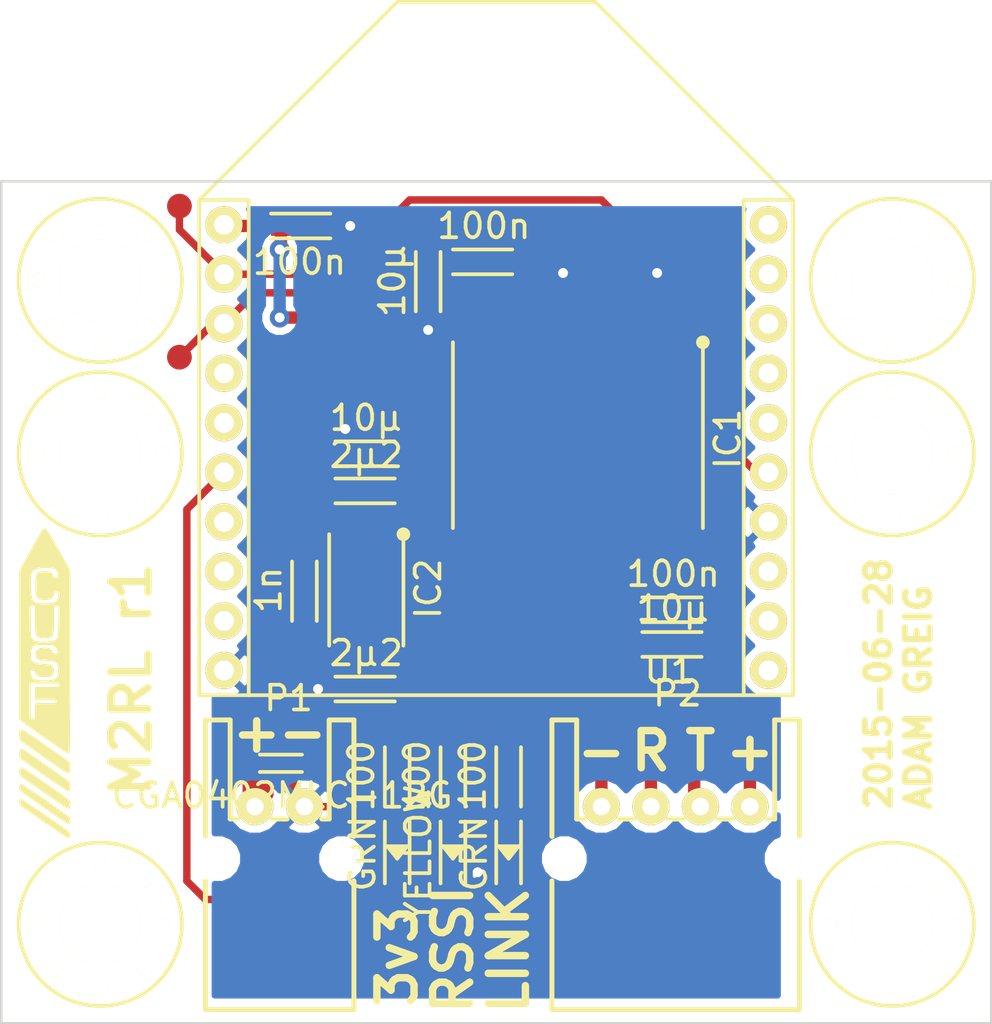
<source format=kicad_pcb>
(kicad_pcb (version 20171130) (host pcbnew "(5.1.12)-1")

  (general
    (thickness 1.6)
    (drawings 14)
    (tracks 169)
    (zones 0)
    (modules 31)
    (nets 30)
  )

  (page A4)
  (layers
    (0 F.Cu signal)
    (31 B.Cu signal)
    (32 B.Adhes user)
    (33 F.Adhes user)
    (34 B.Paste user)
    (35 F.Paste user)
    (36 B.SilkS user)
    (37 F.SilkS user)
    (38 B.Mask user)
    (39 F.Mask user)
    (40 Dwgs.User user)
    (41 Cmts.User user)
    (42 Eco1.User user)
    (43 Eco2.User user)
    (44 Edge.Cuts user)
    (45 Margin user)
    (46 B.CrtYd user)
    (47 F.CrtYd user)
    (48 B.Fab user)
    (49 F.Fab user)
  )

  (setup
    (last_trace_width 0.25)
    (user_trace_width 0.2)
    (user_trace_width 0.28)
    (user_trace_width 0.3)
    (user_trace_width 0.4)
    (user_trace_width 0.5)
    (user_trace_width 0.8)
    (user_trace_width 1)
    (user_trace_width 1.2)
    (user_trace_width 1.5)
    (user_trace_width 2)
    (trace_clearance 0.2)
    (zone_clearance 0.3)
    (zone_45_only no)
    (trace_min 0.2)
    (via_size 0.6)
    (via_drill 0.4)
    (via_min_size 0.4)
    (via_min_drill 0.3)
    (user_via 0.8 0.4)
    (user_via 1 0.6)
    (uvia_size 0.3)
    (uvia_drill 0.1)
    (uvias_allowed no)
    (uvia_min_size 0.2)
    (uvia_min_drill 0.1)
    (edge_width 0.1)
    (segment_width 0.2)
    (pcb_text_width 0.3)
    (pcb_text_size 1.5 1.5)
    (mod_edge_width 0.15)
    (mod_text_size 1 1)
    (mod_text_width 0.15)
    (pad_size 1.5 1.5)
    (pad_drill 0.8)
    (pad_to_mask_clearance 0)
    (aux_axis_origin 0 0)
    (visible_elements 7FFFFFFF)
    (pcbplotparams
      (layerselection 0x010f0_80000001)
      (usegerberextensions true)
      (usegerberattributes true)
      (usegerberadvancedattributes true)
      (creategerberjobfile true)
      (excludeedgelayer true)
      (linewidth 0.100000)
      (plotframeref false)
      (viasonmask false)
      (mode 1)
      (useauxorigin false)
      (hpglpennumber 1)
      (hpglpenspeed 20)
      (hpglpendiameter 15.000000)
      (psnegative false)
      (psa4output false)
      (plotreference false)
      (plotvalue false)
      (plotinvisibletext false)
      (padsonsilk false)
      (subtractmaskfromsilk true)
      (outputformat 1)
      (mirror false)
      (drillshape 0)
      (scaleselection 1)
      (outputdirectory "gerbers/"))
  )

  (net 0 "")
  (net 1 +3V3)
  (net 2 GND)
  (net 3 "Net-(C4-Pad1)")
  (net 4 "Net-(C5-Pad1)")
  (net 5 "Net-(C5-Pad2)")
  (net 6 "Net-(C6-Pad2)")
  (net 7 "Net-(D1-Pad2)")
  (net 8 "Net-(D3-Pad2)")
  (net 9 "Net-(D4-Pad2)")
  (net 10 /DOUT)
  (net 11 /DIN)
  (net 12 "Net-(IC1-Pad13)")
  (net 13 "Net-(IC1-Pad14)")
  (net 14 "Net-(IC1-Pad12)")
  (net 15 "Net-(R1-Pad1)")
  (net 16 "Net-(U1-Pad4)")
  (net 17 "Net-(U1-Pad5)")
  (net 18 "Net-(U1-Pad7)")
  (net 19 "Net-(U1-Pad8)")
  (net 20 "Net-(U1-Pad9)")
  (net 21 "Net-(U1-Pad11)")
  (net 22 "Net-(U1-Pad12)")
  (net 23 "Net-(U1-Pad13)")
  (net 24 "Net-(U1-Pad16)")
  (net 25 "Net-(U1-Pad17)")
  (net 26 "Net-(U1-Pad18)")
  (net 27 "Net-(U1-Pad19)")
  (net 28 "Net-(U1-Pad20)")
  (net 29 "Net-(R2-Pad1)")

  (net_class Default "This is the default net class."
    (clearance 0.2)
    (trace_width 0.25)
    (via_dia 0.6)
    (via_drill 0.4)
    (uvia_dia 0.3)
    (uvia_drill 0.1)
    (add_net +3V3)
    (add_net /DIN)
    (add_net /DOUT)
    (add_net GND)
    (add_net "Net-(C4-Pad1)")
    (add_net "Net-(C5-Pad1)")
    (add_net "Net-(C5-Pad2)")
    (add_net "Net-(C6-Pad2)")
    (add_net "Net-(D1-Pad2)")
    (add_net "Net-(D3-Pad2)")
    (add_net "Net-(D4-Pad2)")
    (add_net "Net-(IC1-Pad12)")
    (add_net "Net-(IC1-Pad13)")
    (add_net "Net-(IC1-Pad14)")
    (add_net "Net-(R1-Pad1)")
    (add_net "Net-(R2-Pad1)")
    (add_net "Net-(U1-Pad11)")
    (add_net "Net-(U1-Pad12)")
    (add_net "Net-(U1-Pad13)")
    (add_net "Net-(U1-Pad16)")
    (add_net "Net-(U1-Pad17)")
    (add_net "Net-(U1-Pad18)")
    (add_net "Net-(U1-Pad19)")
    (add_net "Net-(U1-Pad20)")
    (add_net "Net-(U1-Pad4)")
    (add_net "Net-(U1-Pad5)")
    (add_net "Net-(U1-Pad7)")
    (add_net "Net-(U1-Pad8)")
    (add_net "Net-(U1-Pad9)")
  )

  (module m2rl:C0603 (layer F.Cu) (tedit 53D8DBFD) (tstamp 55905D40)
    (at 167.25 95.25 270)
    (path /559026E1)
    (fp_text reference C1 (at 0.7 -1.35 270) (layer F.SilkS) hide
      (effects (font (size 1 1) (thickness 0.15)))
    )
    (fp_text value 10µ (at 0.75 1.45 270) (layer F.SilkS)
      (effects (font (size 1 1) (thickness 0.15)))
    )
    (fp_line (start -0.4 -0.5) (end 2 -0.5) (layer F.SilkS) (width 0.15))
    (fp_line (start -0.4 0.5) (end 2 0.5) (layer F.SilkS) (width 0.15))
    (pad 1 smd rect (at 0 0 270) (size 0.8 0.8) (layers F.Cu F.Paste F.Mask)
      (net 1 +3V3))
    (pad 2 smd rect (at 1.6 0 270) (size 0.8 0.8) (layers F.Cu F.Paste F.Mask)
      (net 2 GND))
  )

  (module m2rl:C0603 (layer F.Cu) (tedit 53D8DBFD) (tstamp 55905D48)
    (at 161.3 93.8)
    (path /55902C3F)
    (fp_text reference C2 (at 0.7 -1.35) (layer F.SilkS) hide
      (effects (font (size 1 1) (thickness 0.15)))
    )
    (fp_text value 100n (at 0.75 1.45) (layer F.SilkS)
      (effects (font (size 1 1) (thickness 0.15)))
    )
    (fp_line (start -0.4 -0.5) (end 2 -0.5) (layer F.SilkS) (width 0.15))
    (fp_line (start -0.4 0.5) (end 2 0.5) (layer F.SilkS) (width 0.15))
    (pad 1 smd rect (at 0 0) (size 0.8 0.8) (layers F.Cu F.Paste F.Mask)
      (net 1 +3V3))
    (pad 2 smd rect (at 1.6 0) (size 0.8 0.8) (layers F.Cu F.Paste F.Mask)
      (net 2 GND))
  )

  (module m2rl:C0603 (layer F.Cu) (tedit 53D8DBFD) (tstamp 55905D50)
    (at 170.25 95.25 180)
    (path /55902587)
    (fp_text reference C3 (at 0.7 -1.35 180) (layer F.SilkS) hide
      (effects (font (size 1 1) (thickness 0.15)))
    )
    (fp_text value 100n (at 0.75 1.45 180) (layer F.SilkS)
      (effects (font (size 1 1) (thickness 0.15)))
    )
    (fp_line (start -0.4 -0.5) (end 2 -0.5) (layer F.SilkS) (width 0.15))
    (fp_line (start -0.4 0.5) (end 2 0.5) (layer F.SilkS) (width 0.15))
    (pad 1 smd rect (at 0 0 180) (size 0.8 0.8) (layers F.Cu F.Paste F.Mask)
      (net 1 +3V3))
    (pad 2 smd rect (at 1.6 0 180) (size 0.8 0.8) (layers F.Cu F.Paste F.Mask)
      (net 2 GND))
  )

  (module m2rl:C0603 (layer F.Cu) (tedit 53D8DBFD) (tstamp 55905D58)
    (at 165.5 112.5 180)
    (path /55901D7D)
    (fp_text reference C4 (at 0.7 -1.35 180) (layer F.SilkS) hide
      (effects (font (size 1 1) (thickness 0.15)))
    )
    (fp_text value 2µ2 (at 0.75 1.45 180) (layer F.SilkS)
      (effects (font (size 1 1) (thickness 0.15)))
    )
    (fp_line (start -0.4 -0.5) (end 2 -0.5) (layer F.SilkS) (width 0.15))
    (fp_line (start -0.4 0.5) (end 2 0.5) (layer F.SilkS) (width 0.15))
    (pad 1 smd rect (at 0 0 180) (size 0.8 0.8) (layers F.Cu F.Paste F.Mask)
      (net 3 "Net-(C4-Pad1)"))
    (pad 2 smd rect (at 1.6 0 180) (size 0.8 0.8) (layers F.Cu F.Paste F.Mask)
      (net 2 GND))
  )

  (module m2rl:C0603 (layer F.Cu) (tedit 53D8DBFD) (tstamp 55905D60)
    (at 177.9 109.3 180)
    (path /5590281A)
    (fp_text reference C5 (at 0.7 -1.35 180) (layer F.SilkS) hide
      (effects (font (size 1 1) (thickness 0.15)))
    )
    (fp_text value 100n (at 0.75 1.45 180) (layer F.SilkS)
      (effects (font (size 1 1) (thickness 0.15)))
    )
    (fp_line (start -0.4 -0.5) (end 2 -0.5) (layer F.SilkS) (width 0.15))
    (fp_line (start -0.4 0.5) (end 2 0.5) (layer F.SilkS) (width 0.15))
    (pad 1 smd rect (at 0 0 180) (size 0.8 0.8) (layers F.Cu F.Paste F.Mask)
      (net 4 "Net-(C5-Pad1)"))
    (pad 2 smd rect (at 1.6 0 180) (size 0.8 0.8) (layers F.Cu F.Paste F.Mask)
      (net 5 "Net-(C5-Pad2)"))
  )

  (module m2rl:C0603 (layer F.Cu) (tedit 53D8DBFD) (tstamp 55905D68)
    (at 162.25 107.75 270)
    (path /55902D12)
    (fp_text reference C6 (at 0.7 -1.35 270) (layer F.SilkS) hide
      (effects (font (size 1 1) (thickness 0.15)))
    )
    (fp_text value 1n (at 0.75 1.45 270) (layer F.SilkS)
      (effects (font (size 1 1) (thickness 0.15)))
    )
    (fp_line (start -0.4 -0.5) (end 2 -0.5) (layer F.SilkS) (width 0.15))
    (fp_line (start -0.4 0.5) (end 2 0.5) (layer F.SilkS) (width 0.15))
    (pad 1 smd rect (at 0 0 270) (size 0.8 0.8) (layers F.Cu F.Paste F.Mask)
      (net 1 +3V3))
    (pad 2 smd rect (at 1.6 0 270) (size 0.8 0.8) (layers F.Cu F.Paste F.Mask)
      (net 6 "Net-(C6-Pad2)"))
  )

  (module m2rl:C0603 (layer F.Cu) (tedit 53D8DBFD) (tstamp 55905D70)
    (at 177.9 110.7 180)
    (path /55902B88)
    (fp_text reference C7 (at 0.7 -1.35 180) (layer F.SilkS) hide
      (effects (font (size 1 1) (thickness 0.15)))
    )
    (fp_text value 10µ (at 0.75 1.45 180) (layer F.SilkS)
      (effects (font (size 1 1) (thickness 0.15)))
    )
    (fp_line (start -0.4 -0.5) (end 2 -0.5) (layer F.SilkS) (width 0.15))
    (fp_line (start -0.4 0.5) (end 2 0.5) (layer F.SilkS) (width 0.15))
    (pad 1 smd rect (at 0 0 180) (size 0.8 0.8) (layers F.Cu F.Paste F.Mask)
      (net 4 "Net-(C5-Pad1)"))
    (pad 2 smd rect (at 1.6 0 180) (size 0.8 0.8) (layers F.Cu F.Paste F.Mask)
      (net 5 "Net-(C5-Pad2)"))
  )

  (module m2rl:C0603 (layer F.Cu) (tedit 53D8DBFD) (tstamp 55905D78)
    (at 165.5 104.5 180)
    (path /55902DC8)
    (fp_text reference C8 (at 0.7 -1.35 180) (layer F.SilkS) hide
      (effects (font (size 1 1) (thickness 0.15)))
    )
    (fp_text value 2µ2 (at 0.75 1.45 180) (layer F.SilkS)
      (effects (font (size 1 1) (thickness 0.15)))
    )
    (fp_line (start -0.4 -0.5) (end 2 -0.5) (layer F.SilkS) (width 0.15))
    (fp_line (start -0.4 0.5) (end 2 0.5) (layer F.SilkS) (width 0.15))
    (pad 1 smd rect (at 0 0 180) (size 0.8 0.8) (layers F.Cu F.Paste F.Mask)
      (net 1 +3V3))
    (pad 2 smd rect (at 1.6 0 180) (size 0.8 0.8) (layers F.Cu F.Paste F.Mask)
      (net 2 GND))
  )

  (module m2rl:C0603 (layer F.Cu) (tedit 53D8DBFD) (tstamp 55905D80)
    (at 165.5 103 180)
    (path /55902E56)
    (fp_text reference C9 (at 0.7 -1.35 180) (layer F.SilkS) hide
      (effects (font (size 1 1) (thickness 0.15)))
    )
    (fp_text value 10µ (at 0.75 1.45 180) (layer F.SilkS)
      (effects (font (size 1 1) (thickness 0.15)))
    )
    (fp_line (start -0.4 -0.5) (end 2 -0.5) (layer F.SilkS) (width 0.15))
    (fp_line (start -0.4 0.5) (end 2 0.5) (layer F.SilkS) (width 0.15))
    (pad 1 smd rect (at 0 0 180) (size 0.8 0.8) (layers F.Cu F.Paste F.Mask)
      (net 1 +3V3))
    (pad 2 smd rect (at 1.6 0 180) (size 0.8 0.8) (layers F.Cu F.Paste F.Mask)
      (net 2 GND))
  )

  (module m2rl:R0402 (layer F.Cu) (tedit 53CDA370) (tstamp 55905D98)
    (at 160.75 115.5)
    (path /55902323)
    (fp_text reference D2 (at 0.4 -1.25) (layer F.SilkS) hide
      (effects (font (size 1 1) (thickness 0.15)))
    )
    (fp_text value CGA0402MLC-12G (at 0.6 1.3) (layer F.SilkS)
      (effects (font (size 1 1) (thickness 0.15)))
    )
    (fp_line (start -0.3 -0.35) (end 1.4 -0.35) (layer F.SilkS) (width 0.15))
    (fp_line (start -0.3 0.35) (end 1.4 0.35) (layer F.SilkS) (width 0.15))
    (pad 1 smd rect (at 0 0) (size 0.6 0.5) (layers F.Cu F.Paste F.Mask)
      (net 3 "Net-(C4-Pad1)"))
    (pad 2 smd rect (at 1.1 0) (size 0.6 0.5) (layers F.Cu F.Paste F.Mask)
      (net 2 GND))
  )

  (module m2rl:SOIC16W (layer F.Cu) (tedit 55904EF9) (tstamp 55905DD0)
    (at 177.75 97.5 270)
    (path /55901B4B)
    (fp_text reference IC1 (at 4.9 -1.6 270) (layer F.SilkS)
      (effects (font (size 1 1) (thickness 0.15)))
    )
    (fp_text value ADuM5201 (at 5 10.5 270) (layer F.SilkS) hide
      (effects (font (size 1 1) (thickness 0.15)))
    )
    (fp_circle (center 1 -0.6) (end 1.1 -0.6) (layer F.SilkS) (width 0.15))
    (fp_circle (center 1 -0.6) (end 1.2 -0.6) (layer F.SilkS) (width 0.15))
    (fp_line (start 1 -0.6) (end 8.5 -0.6) (layer F.SilkS) (width 0.15))
    (fp_line (start 8.5 9.5) (end 1 9.5) (layer F.SilkS) (width 0.15))
    (pad 1 smd rect (at 0 0 270) (size 2.2 0.6) (layers F.Cu F.Paste F.Mask)
      (net 1 +3V3))
    (pad 2 smd rect (at 0 1.27 270) (size 2.2 0.6) (layers F.Cu F.Paste F.Mask)
      (net 2 GND))
    (pad 3 smd rect (at 0 2.54 270) (size 2.2 0.6) (layers F.Cu F.Paste F.Mask)
      (net 10 /DOUT))
    (pad 4 smd rect (at 0 3.81 270) (size 2.2 0.6) (layers F.Cu F.Paste F.Mask)
      (net 11 /DIN))
    (pad 13 smd rect (at 9.4 3.81 270) (size 2.2 0.6) (layers F.Cu F.Paste F.Mask)
      (net 12 "Net-(IC1-Pad13)"))
    (pad 14 smd rect (at 9.4 2.54 270) (size 2.2 0.6) (layers F.Cu F.Paste F.Mask)
      (net 13 "Net-(IC1-Pad14)"))
    (pad 15 smd rect (at 9.4 1.27 270) (size 2.2 0.6) (layers F.Cu F.Paste F.Mask)
      (net 5 "Net-(C5-Pad2)"))
    (pad 16 smd rect (at 9.4 0 270) (size 2.2 0.6) (layers F.Cu F.Paste F.Mask)
      (net 4 "Net-(C5-Pad1)"))
    (pad 5 smd rect (at 0 5.08 270) (size 2.2 0.6) (layers F.Cu F.Paste F.Mask)
      (net 2 GND))
    (pad 6 smd rect (at 0 6.35 270) (size 2.2 0.6) (layers F.Cu F.Paste F.Mask)
      (net 1 +3V3))
    (pad 7 smd rect (at 0 7.62 270) (size 2.2 0.6) (layers F.Cu F.Paste F.Mask)
      (net 1 +3V3))
    (pad 8 smd rect (at 0 8.89 270) (size 2.2 0.6) (layers F.Cu F.Paste F.Mask)
      (net 2 GND))
    (pad 12 smd rect (at 9.4 5.08 270) (size 2.2 0.6) (layers F.Cu F.Paste F.Mask)
      (net 14 "Net-(IC1-Pad12)"))
    (pad 11 smd rect (at 9.4 6.35 270) (size 2.2 0.6) (layers F.Cu F.Paste F.Mask)
      (net 5 "Net-(C5-Pad2)"))
    (pad 10 smd rect (at 9.4 7.62 270) (size 2.2 0.6) (layers F.Cu F.Paste F.Mask)
      (net 4 "Net-(C5-Pad1)"))
    (pad 9 smd rect (at 9.4 8.89 270) (size 2.2 0.6) (layers F.Cu F.Paste F.Mask)
      (net 5 "Net-(C5-Pad2)"))
  )

  (module m2rl:MSOP8 (layer F.Cu) (tedit 53CD920E) (tstamp 55905DE0)
    (at 165.75 106.25 270)
    (path /55901D0C)
    (fp_text reference IC2 (at 2.2 -1.5 270) (layer F.SilkS)
      (effects (font (size 1 1) (thickness 0.15)))
    )
    (fp_text value ADP3335 (at 2.5 3.5 270) (layer F.SilkS) hide
      (effects (font (size 1 1) (thickness 0.15)))
    )
    (fp_line (start 0 -0.5) (end 4.5 -0.5) (layer F.SilkS) (width 0.15))
    (fp_line (start 0 2.5) (end 4.5 2.5) (layer F.SilkS) (width 0.15))
    (fp_circle (center 0 -0.5) (end 0.1 -0.5) (layer F.SilkS) (width 0.15))
    (fp_circle (center 0 -0.5) (end 0.2 -0.5) (layer F.SilkS) (width 0.15))
    (pad 1 smd rect (at 0 0 270) (size 1.4 0.4) (layers F.Cu F.Paste F.Mask)
      (net 1 +3V3))
    (pad 2 smd rect (at 0 0.65 270) (size 1.4 0.4) (layers F.Cu F.Paste F.Mask)
      (net 1 +3V3))
    (pad 3 smd rect (at 0 1.3 270) (size 1.4 0.4) (layers F.Cu F.Paste F.Mask)
      (net 1 +3V3))
    (pad 4 smd rect (at 0 1.95 270) (size 1.4 0.4) (layers F.Cu F.Paste F.Mask)
      (net 2 GND))
    (pad 5 smd rect (at 4.4 1.95 270) (size 1.4 0.4) (layers F.Cu F.Paste F.Mask)
      (net 6 "Net-(C6-Pad2)"))
    (pad 6 smd rect (at 4.4 1.3 270) (size 1.4 0.4) (layers F.Cu F.Paste F.Mask)
      (net 3 "Net-(C4-Pad1)"))
    (pad 7 smd rect (at 4.4 0.65 270) (size 1.4 0.4) (layers F.Cu F.Paste F.Mask)
      (net 3 "Net-(C4-Pad1)"))
    (pad 8 smd rect (at 4.4 0 270) (size 1.4 0.4) (layers F.Cu F.Paste F.Mask)
      (net 3 "Net-(C4-Pad1)"))
  )

  (module m2rl:S02B-PASK-2 (layer F.Cu) (tedit 555D2368) (tstamp 55905DF4)
    (at 162.25 117.25 180)
    (path /55901AFC)
    (fp_text reference P1 (at 0.64 4.38 180) (layer F.SilkS)
      (effects (font (size 1 1) (thickness 0.15)))
    )
    (fp_text value CONN_01X02 (at 0.41 -7.21 180) (layer F.SilkS) hide
      (effects (font (size 1 1) (thickness 0.15)))
    )
    (fp_line (start -2 -8.2) (end -2 -3) (layer F.SilkS) (width 0.2))
    (fp_line (start -2 -1.2) (end -2 3.5) (layer F.SilkS) (width 0.2))
    (fp_line (start 4 3.5) (end 4 -1.2) (layer F.SilkS) (width 0.2))
    (fp_line (start 4 -3) (end 4 -8.2) (layer F.SilkS) (width 0.2))
    (fp_line (start 4 -8.2) (end -2 -8.2) (layer F.SilkS) (width 0.2))
    (fp_line (start -1 3.5) (end -1 -0.5) (layer F.SilkS) (width 0.2))
    (fp_line (start -2 3.5) (end -1 3.5) (layer F.SilkS) (width 0.2))
    (fp_line (start 3 3.5) (end 3 -0.5) (layer F.SilkS) (width 0.2))
    (fp_line (start 4 3.5) (end 3 3.5) (layer F.SilkS) (width 0.2))
    (fp_line (start -1 -0.5) (end -0.7 -0.5) (layer F.SilkS) (width 0.2))
    (fp_line (start 0.7 -0.5) (end 1.3 -0.5) (layer F.SilkS) (width 0.2))
    (fp_line (start 3 -0.5) (end 2.7 -0.5) (layer F.SilkS) (width 0.2))
    (pad 1 thru_hole circle (at 0 0 180) (size 1.5 1.5) (drill 0.7) (layers *.Cu *.Mask F.SilkS)
      (net 2 GND))
    (pad 2 thru_hole circle (at 2 0 180) (size 1.5 1.5) (drill 0.7) (layers *.Cu *.Mask F.SilkS)
      (net 3 "Net-(C4-Pad1)"))
    (pad "" np_thru_hole circle (at -1.5 -2.1 180) (size 1.2 1.2) (drill 1.2) (layers *.Cu *.Mask F.SilkS))
    (pad "" np_thru_hole circle (at 3.5 -2.1 180) (size 1.2 1.2) (drill 1.2) (layers *.Cu *.Mask F.SilkS))
  )

  (module m2rl:S04B-PASK-2 (layer F.Cu) (tedit 555D23C0) (tstamp 55905E0C)
    (at 180.25 117.25 180)
    (path /559018B4)
    (fp_text reference P2 (at 2.93 4.57 180) (layer F.SilkS)
      (effects (font (size 1 1) (thickness 0.15)))
    )
    (fp_text value CONN_01X04 (at 0.44 -6.86 180) (layer F.SilkS) hide
      (effects (font (size 1 1) (thickness 0.15)))
    )
    (fp_line (start -2 -8.2) (end -2 -3) (layer F.SilkS) (width 0.2))
    (fp_line (start -2 -1.2) (end -2 3.5) (layer F.SilkS) (width 0.2))
    (fp_line (start 8 3.5) (end 8 -1.2) (layer F.SilkS) (width 0.2))
    (fp_line (start 8 -3) (end 8 -8.2) (layer F.SilkS) (width 0.2))
    (fp_line (start 8 -8.2) (end -2 -8.2) (layer F.SilkS) (width 0.2))
    (fp_line (start -1 3.5) (end -1 -0.5) (layer F.SilkS) (width 0.2))
    (fp_line (start -2 3.5) (end -1 3.5) (layer F.SilkS) (width 0.2))
    (fp_line (start 7 3.5) (end 7 -0.5) (layer F.SilkS) (width 0.2))
    (fp_line (start 8 3.5) (end 7 3.5) (layer F.SilkS) (width 0.2))
    (fp_line (start 7 -0.5) (end 6.7 -0.5) (layer F.SilkS) (width 0.2))
    (fp_line (start 5.3 -0.5) (end 4.7 -0.5) (layer F.SilkS) (width 0.2))
    (fp_line (start 3.3 -0.5) (end 2.7 -0.5) (layer F.SilkS) (width 0.2))
    (fp_line (start 1.3 -0.5) (end 0.7 -0.5) (layer F.SilkS) (width 0.2))
    (fp_line (start -1 -0.5) (end -0.7 -0.5) (layer F.SilkS) (width 0.2))
    (pad 1 thru_hole circle (at 0 0 180) (size 1.5 1.5) (drill 0.7) (layers *.Cu *.Mask F.SilkS)
      (net 4 "Net-(C5-Pad1)"))
    (pad 2 thru_hole circle (at 2 0 180) (size 1.5 1.5) (drill 0.7) (layers *.Cu *.Mask F.SilkS)
      (net 13 "Net-(IC1-Pad14)"))
    (pad 3 thru_hole circle (at 4 0 180) (size 1.5 1.5) (drill 0.7) (layers *.Cu *.Mask F.SilkS)
      (net 12 "Net-(IC1-Pad13)"))
    (pad 4 thru_hole circle (at 6 0 180) (size 1.5 1.5) (drill 0.7) (layers *.Cu *.Mask F.SilkS)
      (net 5 "Net-(C5-Pad2)"))
    (pad "" np_thru_hole circle (at -1.5 -2.1 180) (size 1.2 1.2) (drill 1.2) (layers *.Cu *.Mask F.SilkS))
    (pad "" np_thru_hole circle (at 7.5 -2.1 180) (size 1.2 1.2) (drill 1.2) (layers *.Cu *.Mask F.SilkS))
  )

  (module m2rl:R0603 (layer F.Cu) (tedit 53CDA429) (tstamp 55905E14)
    (at 168.25 115.25 270)
    (path /559090BD)
    (fp_text reference R1 (at 0.7 -1.35 270) (layer F.SilkS) hide
      (effects (font (size 1 1) (thickness 0.15)))
    )
    (fp_text value 100 (at 0.75 1.45 270) (layer F.SilkS)
      (effects (font (size 1 1) (thickness 0.15)))
    )
    (fp_line (start -0.4 -0.5) (end 2 -0.5) (layer F.SilkS) (width 0.15))
    (fp_line (start -0.4 0.5) (end 2 0.5) (layer F.SilkS) (width 0.15))
    (pad 1 smd rect (at 0 0 270) (size 0.8 0.8) (layers F.Cu F.Paste F.Mask)
      (net 15 "Net-(R1-Pad1)"))
    (pad 2 smd rect (at 1.6 0 270) (size 0.8 0.8) (layers F.Cu F.Paste F.Mask)
      (net 7 "Net-(D1-Pad2)"))
  )

  (module m2rl:R0603 (layer F.Cu) (tedit 53CDA429) (tstamp 55905E1C)
    (at 170.5 115.25 270)
    (path /55908FB8)
    (fp_text reference R2 (at 0.7 -1.35 270) (layer F.SilkS) hide
      (effects (font (size 1 1) (thickness 0.15)))
    )
    (fp_text value 100 (at 0.75 1.45 270) (layer F.SilkS)
      (effects (font (size 1 1) (thickness 0.15)))
    )
    (fp_line (start -0.4 -0.5) (end 2 -0.5) (layer F.SilkS) (width 0.15))
    (fp_line (start -0.4 0.5) (end 2 0.5) (layer F.SilkS) (width 0.15))
    (pad 1 smd rect (at 0 0 270) (size 0.8 0.8) (layers F.Cu F.Paste F.Mask)
      (net 29 "Net-(R2-Pad1)"))
    (pad 2 smd rect (at 1.6 0 270) (size 0.8 0.8) (layers F.Cu F.Paste F.Mask)
      (net 8 "Net-(D3-Pad2)"))
  )

  (module m2rl:R0603 (layer F.Cu) (tedit 53CDA429) (tstamp 55905E24)
    (at 166 115.25 270)
    (path /55901F4E)
    (fp_text reference R3 (at 0.7 -1.35 270) (layer F.SilkS) hide
      (effects (font (size 1 1) (thickness 0.15)))
    )
    (fp_text value 100 (at 0.75 1.45 270) (layer F.SilkS)
      (effects (font (size 1 1) (thickness 0.15)))
    )
    (fp_line (start -0.4 -0.5) (end 2 -0.5) (layer F.SilkS) (width 0.15))
    (fp_line (start -0.4 0.5) (end 2 0.5) (layer F.SilkS) (width 0.15))
    (pad 1 smd rect (at 0 0 270) (size 0.8 0.8) (layers F.Cu F.Paste F.Mask)
      (net 1 +3V3))
    (pad 2 smd rect (at 1.6 0 270) (size 0.8 0.8) (layers F.Cu F.Paste F.Mask)
      (net 9 "Net-(D4-Pad2)"))
  )

  (module m2rl:XBEE (layer F.Cu) (tedit 5590533B) (tstamp 5590655C)
    (at 159 93.75)
    (path /55901854)
    (fp_text reference U1 (at 18 18) (layer F.SilkS)
      (effects (font (size 1 1) (thickness 0.15)))
    )
    (fp_text value XBEE (at 3 18) (layer F.Fab)
      (effects (font (size 1 1) (thickness 0.15)))
    )
    (fp_line (start 23 -1) (end 15 -9) (layer F.SilkS) (width 0.15))
    (fp_line (start 23 19) (end 23 -1) (layer F.SilkS) (width 0.15))
    (fp_line (start -1 19) (end 23 19) (layer F.SilkS) (width 0.15))
    (fp_line (start 7 -9) (end 15 -9) (layer F.SilkS) (width 0.15))
    (fp_line (start -1 -1) (end 7 -9) (layer F.SilkS) (width 0.15))
    (fp_line (start -1 19) (end -1 -1) (layer F.SilkS) (width 0.15))
    (fp_line (start 1 -1) (end -1 -1) (layer F.SilkS) (width 0.15))
    (fp_line (start 1 19) (end 1 -1) (layer F.SilkS) (width 0.15))
    (fp_line (start 21 -1) (end 23 -1) (layer F.SilkS) (width 0.15))
    (fp_line (start 21 19) (end 21 -1) (layer F.SilkS) (width 0.15))
    (pad 1 thru_hole circle (at 0 0) (size 1.5 1.5) (drill 0.8) (layers *.Cu *.Mask F.SilkS)
      (net 1 +3V3))
    (pad 2 thru_hole circle (at 0 2) (size 1.5 1.5) (drill 0.8) (layers *.Cu *.Mask F.SilkS)
      (net 10 /DOUT))
    (pad 3 thru_hole circle (at 0 4) (size 1.5 1.5) (drill 0.8) (layers *.Cu *.Mask F.SilkS)
      (net 11 /DIN))
    (pad 4 thru_hole circle (at 0 6) (size 1.5 1.5) (drill 0.8) (layers *.Cu *.Mask F.SilkS)
      (net 16 "Net-(U1-Pad4)"))
    (pad 5 thru_hole circle (at 0 8) (size 1.5 1.5) (drill 0.8) (layers *.Cu *.Mask F.SilkS)
      (net 17 "Net-(U1-Pad5)"))
    (pad 6 thru_hole circle (at 0 10) (size 1.5 1.5) (drill 0.8) (layers *.Cu *.Mask F.SilkS)
      (net 15 "Net-(R1-Pad1)"))
    (pad 7 thru_hole circle (at 0 12) (size 1.5 1.5) (drill 0.8) (layers *.Cu *.Mask F.SilkS)
      (net 18 "Net-(U1-Pad7)"))
    (pad 8 thru_hole circle (at 0 14) (size 1.5 1.5) (drill 0.8) (layers *.Cu *.Mask F.SilkS)
      (net 19 "Net-(U1-Pad8)"))
    (pad 9 thru_hole circle (at 0 16) (size 1.5 1.5) (drill 0.8) (layers *.Cu *.Mask F.SilkS)
      (net 20 "Net-(U1-Pad9)"))
    (pad 10 thru_hole circle (at 0 18) (size 1.5 1.5) (drill 0.8) (layers *.Cu *.Mask F.SilkS)
      (net 2 GND))
    (pad 11 thru_hole circle (at 22 18) (size 1.5 1.5) (drill 0.8) (layers *.Cu *.Mask F.SilkS)
      (net 21 "Net-(U1-Pad11)"))
    (pad 12 thru_hole circle (at 22 16) (size 1.5 1.5) (drill 0.8) (layers *.Cu *.Mask F.SilkS)
      (net 22 "Net-(U1-Pad12)"))
    (pad 13 thru_hole circle (at 22 14) (size 1.5 1.5) (drill 0.8) (layers *.Cu *.Mask F.SilkS)
      (net 23 "Net-(U1-Pad13)"))
    (pad 14 thru_hole circle (at 22 12) (size 1.5 1.5) (drill 0.8) (layers *.Cu *.Mask F.SilkS)
      (net 2 GND))
    (pad 15 thru_hole circle (at 22 10) (size 1.5 1.5) (drill 0.8) (layers *.Cu *.Mask F.SilkS)
      (net 29 "Net-(R2-Pad1)"))
    (pad 16 thru_hole circle (at 22 8) (size 1.5 1.5) (drill 0.8) (layers *.Cu *.Mask F.SilkS)
      (net 24 "Net-(U1-Pad16)"))
    (pad 17 thru_hole circle (at 22 6) (size 1.5 1.5) (drill 0.8) (layers *.Cu *.Mask F.SilkS)
      (net 25 "Net-(U1-Pad17)"))
    (pad 18 thru_hole circle (at 22 4) (size 1.5 1.5) (drill 0.8) (layers *.Cu *.Mask F.SilkS)
      (net 26 "Net-(U1-Pad18)"))
    (pad 19 thru_hole circle (at 22 2) (size 1.5 1.5) (drill 0.8) (layers *.Cu *.Mask F.SilkS)
      (net 27 "Net-(U1-Pad19)"))
    (pad 20 thru_hole circle (at 22 0) (size 1.5 1.5) (drill 0.8) (layers *.Cu *.Mask F.SilkS)
      (net 28 "Net-(U1-Pad20)"))
  )

  (module m2rl:LED0603 (layer F.Cu) (tedit 559055DB) (tstamp 55905DB8)
    (at 166 118.25 270)
    (path /55901CDA)
    (fp_text reference D4 (at 0.8 -1.3 270) (layer F.SilkS) hide
      (effects (font (size 1 1) (thickness 0.15)))
    )
    (fp_text value GRN (at 0.9 1.4 270) (layer F.SilkS)
      (effects (font (size 1 1) (thickness 0.15)))
    )
    (fp_line (start 0.6 0.4) (end 0.6 -0.4) (layer F.SilkS) (width 0.15))
    (fp_line (start 1.1 0) (end 0.6 0.4) (layer F.SilkS) (width 0.15))
    (fp_line (start 0.6 -0.4) (end 1.1 0) (layer F.SilkS) (width 0.15))
    (fp_line (start 1 0) (end 0.7 0) (layer F.SilkS) (width 0.15))
    (fp_line (start 0.9 -0.1) (end 0.7 -0.1) (layer F.SilkS) (width 0.15))
    (fp_line (start 0.8 -0.2) (end 0.7 -0.2) (layer F.SilkS) (width 0.15))
    (fp_line (start 0.9 0.1) (end 0.7 0.1) (layer F.SilkS) (width 0.15))
    (fp_line (start 0.8 0.2) (end 0.7 0.2) (layer F.SilkS) (width 0.15))
    (fp_line (start -0.4 -0.5) (end 2.1 -0.5) (layer F.SilkS) (width 0.15))
    (fp_line (start -0.4 0.5) (end 2.1 0.5) (layer F.SilkS) (width 0.15))
    (pad 2 smd rect (at 0 0 270) (size 0.8 0.8) (layers F.Cu F.Paste F.Mask)
      (net 9 "Net-(D4-Pad2)"))
    (pad 1 smd rect (at 1.65 0 270) (size 0.8 0.8) (layers F.Cu F.Paste F.Mask)
      (net 2 GND))
  )

  (module m2rl:LED0603 (layer F.Cu) (tedit 559055DB) (tstamp 55905DA8)
    (at 170.5 118.25 270)
    (path /55908E09)
    (fp_text reference D3 (at 0.8 -1.3 270) (layer F.SilkS) hide
      (effects (font (size 1 1) (thickness 0.15)))
    )
    (fp_text value GRN (at 0.9 1.4 270) (layer F.SilkS)
      (effects (font (size 1 1) (thickness 0.15)))
    )
    (fp_line (start 0.6 0.4) (end 0.6 -0.4) (layer F.SilkS) (width 0.15))
    (fp_line (start 1.1 0) (end 0.6 0.4) (layer F.SilkS) (width 0.15))
    (fp_line (start 0.6 -0.4) (end 1.1 0) (layer F.SilkS) (width 0.15))
    (fp_line (start 1 0) (end 0.7 0) (layer F.SilkS) (width 0.15))
    (fp_line (start 0.9 -0.1) (end 0.7 -0.1) (layer F.SilkS) (width 0.15))
    (fp_line (start 0.8 -0.2) (end 0.7 -0.2) (layer F.SilkS) (width 0.15))
    (fp_line (start 0.9 0.1) (end 0.7 0.1) (layer F.SilkS) (width 0.15))
    (fp_line (start 0.8 0.2) (end 0.7 0.2) (layer F.SilkS) (width 0.15))
    (fp_line (start -0.4 -0.5) (end 2.1 -0.5) (layer F.SilkS) (width 0.15))
    (fp_line (start -0.4 0.5) (end 2.1 0.5) (layer F.SilkS) (width 0.15))
    (pad 2 smd rect (at 0 0 270) (size 0.8 0.8) (layers F.Cu F.Paste F.Mask)
      (net 8 "Net-(D3-Pad2)"))
    (pad 1 smd rect (at 1.65 0 270) (size 0.8 0.8) (layers F.Cu F.Paste F.Mask)
      (net 2 GND))
  )

  (module m2rl:LED0603 (layer F.Cu) (tedit 559055DB) (tstamp 55905D90)
    (at 168.25 118.25 270)
    (path /55908791)
    (fp_text reference D1 (at 0.8 -1.3 270) (layer F.SilkS) hide
      (effects (font (size 1 1) (thickness 0.15)))
    )
    (fp_text value YELLOW (at 0.9 1.4 270) (layer F.SilkS)
      (effects (font (size 1 1) (thickness 0.15)))
    )
    (fp_line (start 0.6 0.4) (end 0.6 -0.4) (layer F.SilkS) (width 0.15))
    (fp_line (start 1.1 0) (end 0.6 0.4) (layer F.SilkS) (width 0.15))
    (fp_line (start 0.6 -0.4) (end 1.1 0) (layer F.SilkS) (width 0.15))
    (fp_line (start 1 0) (end 0.7 0) (layer F.SilkS) (width 0.15))
    (fp_line (start 0.9 -0.1) (end 0.7 -0.1) (layer F.SilkS) (width 0.15))
    (fp_line (start 0.8 -0.2) (end 0.7 -0.2) (layer F.SilkS) (width 0.15))
    (fp_line (start 0.9 0.1) (end 0.7 0.1) (layer F.SilkS) (width 0.15))
    (fp_line (start 0.8 0.2) (end 0.7 0.2) (layer F.SilkS) (width 0.15))
    (fp_line (start -0.4 -0.5) (end 2.1 -0.5) (layer F.SilkS) (width 0.15))
    (fp_line (start -0.4 0.5) (end 2.1 0.5) (layer F.SilkS) (width 0.15))
    (pad 2 smd rect (at 0 0 270) (size 0.8 0.8) (layers F.Cu F.Paste F.Mask)
      (net 7 "Net-(D1-Pad2)"))
    (pad 1 smd rect (at 1.65 0 270) (size 0.8 0.8) (layers F.Cu F.Paste F.Mask)
      (net 2 GND))
  )

  (module m2rl:M3_MOUNT (layer F.Cu) (tedit 53DC1522) (tstamp 55906A0C)
    (at 186 96)
    (fp_text reference M3_MOUNT (at 0 -4) (layer F.SilkS) hide
      (effects (font (size 1 1) (thickness 0.15)))
    )
    (fp_text value VAL** (at 0 4) (layer F.SilkS) hide
      (effects (font (size 1 1) (thickness 0.15)))
    )
    (fp_circle (center 0 0) (end 3.3 0) (layer F.SilkS) (width 0.15))
    (pad "" np_thru_hole circle (at 0 0) (size 3.3 3.3) (drill 3.3) (layers *.Cu *.Mask F.Paste F.SilkS)
      (solder_mask_margin 1.5) (clearance 1.65))
    (pad "" np_thru_hole circle (at 0 -2.5) (size 0.6 0.6) (drill 0.6) (layers *.Cu *.Mask F.SilkS))
    (pad "" np_thru_hole circle (at 2.5 0) (size 0.6 0.6) (drill 0.6) (layers *.Cu *.Mask F.SilkS))
    (pad "" np_thru_hole circle (at 0 2.5) (size 0.6 0.6) (drill 0.6) (layers *.Cu *.Mask F.SilkS))
    (pad "" np_thru_hole circle (at -2.5 0) (size 0.6 0.6) (drill 0.6) (layers *.Cu *.Mask F.SilkS))
    (pad "" np_thru_hole circle (at -1.8 -1.8) (size 0.6 0.6) (drill 0.6) (layers *.Cu *.Mask F.SilkS))
    (pad "" np_thru_hole circle (at 1.8 -1.8) (size 0.6 0.6) (drill 0.6) (layers *.Cu *.Mask F.SilkS))
    (pad "" np_thru_hole circle (at -1.8 1.8) (size 0.6 0.6) (drill 0.6) (layers *.Cu *.Mask F.SilkS))
    (pad "" np_thru_hole circle (at 1.8 1.8) (size 0.6 0.6) (drill 0.6) (layers *.Cu *.Mask F.SilkS))
  )

  (module m2rl:M3_MOUNT (layer F.Cu) (tedit 53DC1522) (tstamp 55906A27)
    (at 186 122)
    (fp_text reference M3_MOUNT (at 0 -4) (layer F.SilkS) hide
      (effects (font (size 1 1) (thickness 0.15)))
    )
    (fp_text value VAL** (at 0 4) (layer F.SilkS) hide
      (effects (font (size 1 1) (thickness 0.15)))
    )
    (fp_circle (center 0 0) (end 3.3 0) (layer F.SilkS) (width 0.15))
    (pad "" np_thru_hole circle (at 0 0) (size 3.3 3.3) (drill 3.3) (layers *.Cu *.Mask F.Paste F.SilkS)
      (solder_mask_margin 1.5) (clearance 1.65))
    (pad "" np_thru_hole circle (at 0 -2.5) (size 0.6 0.6) (drill 0.6) (layers *.Cu *.Mask F.SilkS))
    (pad "" np_thru_hole circle (at 2.5 0) (size 0.6 0.6) (drill 0.6) (layers *.Cu *.Mask F.SilkS))
    (pad "" np_thru_hole circle (at 0 2.5) (size 0.6 0.6) (drill 0.6) (layers *.Cu *.Mask F.SilkS))
    (pad "" np_thru_hole circle (at -2.5 0) (size 0.6 0.6) (drill 0.6) (layers *.Cu *.Mask F.SilkS))
    (pad "" np_thru_hole circle (at -1.8 -1.8) (size 0.6 0.6) (drill 0.6) (layers *.Cu *.Mask F.SilkS))
    (pad "" np_thru_hole circle (at 1.8 -1.8) (size 0.6 0.6) (drill 0.6) (layers *.Cu *.Mask F.SilkS))
    (pad "" np_thru_hole circle (at -1.8 1.8) (size 0.6 0.6) (drill 0.6) (layers *.Cu *.Mask F.SilkS))
    (pad "" np_thru_hole circle (at 1.8 1.8) (size 0.6 0.6) (drill 0.6) (layers *.Cu *.Mask F.SilkS))
  )

  (module m2rl:M3_MOUNT (layer F.Cu) (tedit 53DC1522) (tstamp 55906A42)
    (at 154 96)
    (fp_text reference M3_MOUNT (at 0 -4) (layer F.SilkS) hide
      (effects (font (size 1 1) (thickness 0.15)))
    )
    (fp_text value VAL** (at 0 4) (layer F.SilkS) hide
      (effects (font (size 1 1) (thickness 0.15)))
    )
    (fp_circle (center 0 0) (end 3.3 0) (layer F.SilkS) (width 0.15))
    (pad "" np_thru_hole circle (at 0 0) (size 3.3 3.3) (drill 3.3) (layers *.Cu *.Mask F.Paste F.SilkS)
      (solder_mask_margin 1.5) (clearance 1.65))
    (pad "" np_thru_hole circle (at 0 -2.5) (size 0.6 0.6) (drill 0.6) (layers *.Cu *.Mask F.SilkS))
    (pad "" np_thru_hole circle (at 2.5 0) (size 0.6 0.6) (drill 0.6) (layers *.Cu *.Mask F.SilkS))
    (pad "" np_thru_hole circle (at 0 2.5) (size 0.6 0.6) (drill 0.6) (layers *.Cu *.Mask F.SilkS))
    (pad "" np_thru_hole circle (at -2.5 0) (size 0.6 0.6) (drill 0.6) (layers *.Cu *.Mask F.SilkS))
    (pad "" np_thru_hole circle (at -1.8 -1.8) (size 0.6 0.6) (drill 0.6) (layers *.Cu *.Mask F.SilkS))
    (pad "" np_thru_hole circle (at 1.8 -1.8) (size 0.6 0.6) (drill 0.6) (layers *.Cu *.Mask F.SilkS))
    (pad "" np_thru_hole circle (at -1.8 1.8) (size 0.6 0.6) (drill 0.6) (layers *.Cu *.Mask F.SilkS))
    (pad "" np_thru_hole circle (at 1.8 1.8) (size 0.6 0.6) (drill 0.6) (layers *.Cu *.Mask F.SilkS))
  )

  (module m2rl:M3_MOUNT (layer F.Cu) (tedit 53DC1522) (tstamp 55906A5D)
    (at 154 122)
    (fp_text reference M3_MOUNT (at 0 -4) (layer F.SilkS) hide
      (effects (font (size 1 1) (thickness 0.15)))
    )
    (fp_text value VAL** (at 0 4) (layer F.SilkS) hide
      (effects (font (size 1 1) (thickness 0.15)))
    )
    (fp_circle (center 0 0) (end 3.3 0) (layer F.SilkS) (width 0.15))
    (pad "" np_thru_hole circle (at 0 0) (size 3.3 3.3) (drill 3.3) (layers *.Cu *.Mask F.Paste F.SilkS)
      (solder_mask_margin 1.5) (clearance 1.65))
    (pad "" np_thru_hole circle (at 0 -2.5) (size 0.6 0.6) (drill 0.6) (layers *.Cu *.Mask F.SilkS))
    (pad "" np_thru_hole circle (at 2.5 0) (size 0.6 0.6) (drill 0.6) (layers *.Cu *.Mask F.SilkS))
    (pad "" np_thru_hole circle (at 0 2.5) (size 0.6 0.6) (drill 0.6) (layers *.Cu *.Mask F.SilkS))
    (pad "" np_thru_hole circle (at -2.5 0) (size 0.6 0.6) (drill 0.6) (layers *.Cu *.Mask F.SilkS))
    (pad "" np_thru_hole circle (at -1.8 -1.8) (size 0.6 0.6) (drill 0.6) (layers *.Cu *.Mask F.SilkS))
    (pad "" np_thru_hole circle (at 1.8 -1.8) (size 0.6 0.6) (drill 0.6) (layers *.Cu *.Mask F.SilkS))
    (pad "" np_thru_hole circle (at -1.8 1.8) (size 0.6 0.6) (drill 0.6) (layers *.Cu *.Mask F.SilkS))
    (pad "" np_thru_hole circle (at 1.8 1.8) (size 0.6 0.6) (drill 0.6) (layers *.Cu *.Mask F.SilkS))
  )

  (module m2rl:M3_MOUNT (layer F.Cu) (tedit 53DC1522) (tstamp 55906A78)
    (at 186 103)
    (fp_text reference M3_MOUNT (at 0 -4) (layer F.SilkS) hide
      (effects (font (size 1 1) (thickness 0.15)))
    )
    (fp_text value VAL** (at 0 4) (layer F.SilkS) hide
      (effects (font (size 1 1) (thickness 0.15)))
    )
    (fp_circle (center 0 0) (end 3.3 0) (layer F.SilkS) (width 0.15))
    (pad "" np_thru_hole circle (at 0 0) (size 3.3 3.3) (drill 3.3) (layers *.Cu *.Mask F.Paste F.SilkS)
      (solder_mask_margin 1.5) (clearance 1.65))
    (pad "" np_thru_hole circle (at 0 -2.5) (size 0.6 0.6) (drill 0.6) (layers *.Cu *.Mask F.SilkS))
    (pad "" np_thru_hole circle (at 2.5 0) (size 0.6 0.6) (drill 0.6) (layers *.Cu *.Mask F.SilkS))
    (pad "" np_thru_hole circle (at 0 2.5) (size 0.6 0.6) (drill 0.6) (layers *.Cu *.Mask F.SilkS))
    (pad "" np_thru_hole circle (at -2.5 0) (size 0.6 0.6) (drill 0.6) (layers *.Cu *.Mask F.SilkS))
    (pad "" np_thru_hole circle (at -1.8 -1.8) (size 0.6 0.6) (drill 0.6) (layers *.Cu *.Mask F.SilkS))
    (pad "" np_thru_hole circle (at 1.8 -1.8) (size 0.6 0.6) (drill 0.6) (layers *.Cu *.Mask F.SilkS))
    (pad "" np_thru_hole circle (at -1.8 1.8) (size 0.6 0.6) (drill 0.6) (layers *.Cu *.Mask F.SilkS))
    (pad "" np_thru_hole circle (at 1.8 1.8) (size 0.6 0.6) (drill 0.6) (layers *.Cu *.Mask F.SilkS))
  )

  (module m2rl:M3_MOUNT (layer F.Cu) (tedit 53DC1522) (tstamp 55906A93)
    (at 154 103)
    (fp_text reference M3_MOUNT (at 0 -4) (layer F.SilkS) hide
      (effects (font (size 1 1) (thickness 0.15)))
    )
    (fp_text value VAL** (at 0 4) (layer F.SilkS) hide
      (effects (font (size 1 1) (thickness 0.15)))
    )
    (fp_circle (center 0 0) (end 3.3 0) (layer F.SilkS) (width 0.15))
    (pad "" np_thru_hole circle (at 0 0) (size 3.3 3.3) (drill 3.3) (layers *.Cu *.Mask F.Paste F.SilkS)
      (solder_mask_margin 1.5) (clearance 1.65))
    (pad "" np_thru_hole circle (at 0 -2.5) (size 0.6 0.6) (drill 0.6) (layers *.Cu *.Mask F.SilkS))
    (pad "" np_thru_hole circle (at 2.5 0) (size 0.6 0.6) (drill 0.6) (layers *.Cu *.Mask F.SilkS))
    (pad "" np_thru_hole circle (at 0 2.5) (size 0.6 0.6) (drill 0.6) (layers *.Cu *.Mask F.SilkS))
    (pad "" np_thru_hole circle (at -2.5 0) (size 0.6 0.6) (drill 0.6) (layers *.Cu *.Mask F.SilkS))
    (pad "" np_thru_hole circle (at -1.8 -1.8) (size 0.6 0.6) (drill 0.6) (layers *.Cu *.Mask F.SilkS))
    (pad "" np_thru_hole circle (at 1.8 -1.8) (size 0.6 0.6) (drill 0.6) (layers *.Cu *.Mask F.SilkS))
    (pad "" np_thru_hole circle (at -1.8 1.8) (size 0.6 0.6) (drill 0.6) (layers *.Cu *.Mask F.SilkS))
    (pad "" np_thru_hole circle (at 1.8 1.8) (size 0.6 0.6) (drill 0.6) (layers *.Cu *.Mask F.SilkS))
  )

  (module m2rl:TESTPAD (layer F.Cu) (tedit 53CF3F64) (tstamp 55906E01)
    (at 157.2 93)
    (path /5590CE26)
    (fp_text reference TP3 (at 0 -1.4) (layer F.SilkS) hide
      (effects (font (size 1 1) (thickness 0.15)))
    )
    (fp_text value TESTPAD (at 0 1.6) (layer F.SilkS) hide
      (effects (font (size 1 1) (thickness 0.15)))
    )
    (pad 1 smd circle (at 0 0) (size 1 1) (layers F.Cu F.Mask)
      (net 10 /DOUT))
  )

  (module m2rl:TESTPAD (layer F.Cu) (tedit 53CF3F64) (tstamp 55906E06)
    (at 157.2 99.1)
    (path /5590D183)
    (fp_text reference TP4 (at 0 -1.4) (layer F.SilkS) hide
      (effects (font (size 1 1) (thickness 0.15)))
    )
    (fp_text value TESTPAD (at 0 1.6) (layer F.SilkS) hide
      (effects (font (size 1 1) (thickness 0.15)))
    )
    (pad 1 smd circle (at 0 0) (size 1 1) (layers F.Cu F.Mask)
      (net 11 /DIN))
  )

  (module m2rl:TESTPAD (layer F.Cu) (tedit 53CF3F64) (tstamp 55906E0B)
    (at 166.75 113.5)
    (path /5590CBBA)
    (fp_text reference TP5 (at 0 -1.4) (layer F.SilkS) hide
      (effects (font (size 1 1) (thickness 0.15)))
    )
    (fp_text value TESTPAD (at 0 1.6) (layer F.SilkS) hide
      (effects (font (size 1 1) (thickness 0.15)))
    )
    (pad 1 smd circle (at 0 0) (size 1 1) (layers F.Cu F.Mask)
      (net 1 +3V3))
  )

  (module m2rl:cusf_logo_small (layer F.Cu) (tedit 0) (tstamp 559071F4)
    (at 151.75 112.25)
    (fp_text reference G*** (at 0 0) (layer F.SilkS) hide
      (effects (font (size 1.524 1.524) (thickness 0.3)))
    )
    (fp_text value LOGO (at 0.75 0) (layer F.SilkS) hide
      (effects (font (size 1.524 1.524) (thickness 0.3)))
    )
    (fp_poly (pts (xy 0.994954 -4.512126) (xy 0.989602 -0.864355) (xy 0.988922 -0.40392) (xy 0.988277 0.016045)
      (xy 0.987643 0.397406) (xy 0.986995 0.742026) (xy 0.986311 1.05177) (xy 0.985564 1.328502)
      (xy 0.98473 1.574087) (xy 0.983786 1.790388) (xy 0.982707 1.979271) (xy 0.981469 2.142598)
      (xy 0.980047 2.282235) (xy 0.978417 2.400047) (xy 0.976555 2.497896) (xy 0.974436 2.577648)
      (xy 0.972036 2.641166) (xy 0.96933 2.690315) (xy 0.966295 2.72696) (xy 0.962906 2.752965)
      (xy 0.959138 2.770193) (xy 0.954968 2.780509) (xy 0.950371 2.785778) (xy 0.945322 2.787864)
      (xy 0.941917 2.78838) (xy 0.914543 2.777381) (xy 0.854647 2.742682) (xy 0.763974 2.685439)
      (xy 0.644271 2.606807) (xy 0.619973 2.590463) (xy 0.619973 -3.704167) (xy 0.47932 -3.704167)
      (xy 0.338667 -3.704167) (xy 0.338667 -3.631461) (xy 0.326661 -3.534217) (xy 0.292835 -3.462218)
      (xy 0.256067 -3.430106) (xy 0.196567 -3.411154) (xy 0.110079 -3.398639) (xy 0.011547 -3.393206)
      (xy -0.084081 -3.395505) (xy -0.161859 -3.40618) (xy -0.179847 -3.411237) (xy -0.225411 -3.431516)
      (xy -0.260016 -3.461319) (xy -0.285128 -3.506146) (xy -0.302211 -3.571499) (xy -0.31273 -3.66288)
      (xy -0.318149 -3.78579) (xy -0.31991 -3.93731) (xy -0.318068 -4.100152) (xy -0.310808 -4.225172)
      (xy -0.297258 -4.316636) (xy -0.276542 -4.378812) (xy -0.247786 -4.415966) (xy -0.21889 -4.43041)
      (xy -0.126724 -4.45195) (xy -0.045144 -4.460393) (xy 0.047676 -4.457374) (xy 0.090214 -4.453584)
      (xy 0.19419 -4.437497) (xy 0.262451 -4.410432) (xy 0.301168 -4.36756) (xy 0.31651 -4.30405)
      (xy 0.3175 -4.275667) (xy 0.3175 -4.191) (xy 0.457981 -4.191) (xy 0.598463 -4.191)
      (xy 0.587767 -4.324248) (xy 0.570581 -4.442159) (xy 0.53731 -4.532926) (xy 0.483476 -4.599585)
      (xy 0.404605 -4.645171) (xy 0.296219 -4.672718) (xy 0.153842 -4.685261) (xy 0.052917 -4.686855)
      (xy -0.124376 -4.681019) (xy -0.265316 -4.663061) (xy -0.37467 -4.63091) (xy -0.457207 -4.582497)
      (xy -0.517697 -4.515751) (xy -0.560908 -4.428601) (xy -0.564409 -4.418837) (xy -0.585027 -4.329766)
      (xy -0.598139 -4.209513) (xy -0.604111 -4.067732) (xy -0.603308 -3.914082) (xy -0.596096 -3.75822)
      (xy -0.582841 -3.609802) (xy -0.563909 -3.478486) (xy -0.539663 -3.373929) (xy -0.523155 -3.32901)
      (xy -0.477635 -3.272119) (xy -0.401517 -3.221679) (xy -0.306533 -3.184794) (xy -0.271267 -3.176453)
      (xy -0.166129 -3.163052) (xy -0.036832 -3.157175) (xy 0.099129 -3.158807) (xy 0.224259 -3.167932)
      (xy 0.286727 -3.176972) (xy 0.36528 -3.194604) (xy 0.434836 -3.215469) (xy 0.467677 -3.228956)
      (xy 0.528915 -3.284066) (xy 0.573981 -3.376693) (xy 0.602049 -3.504897) (xy 0.607603 -3.55661)
      (xy 0.619973 -3.704167) (xy 0.619973 2.590463) (xy 0.61812 2.589217) (xy 0.61812 -3.132667)
      (xy 0.478393 -3.132667) (xy 0.338667 -3.132667) (xy 0.337745 -2.619375) (xy 0.33665 -2.425996)
      (xy 0.333839 -2.270419) (xy 0.328872 -2.148132) (xy 0.321308 -2.054622) (xy 0.310709 -1.985377)
      (xy 0.296632 -1.935886) (xy 0.27864 -1.901636) (xy 0.266312 -1.887053) (xy 0.226703 -1.869257)
      (xy 0.156521 -1.856971) (xy 0.067143 -1.850213) (xy -0.030053 -1.849004) (xy -0.123692 -1.853362)
      (xy -0.202396 -1.863308) (xy -0.25479 -1.878859) (xy -0.265339 -1.886147) (xy -0.286428 -1.913758)
      (xy -0.303157 -1.952899) (xy -0.315992 -2.008212) (xy -0.325403 -2.084342) (xy -0.331857 -2.185931)
      (xy -0.335821 -2.317624) (xy -0.337764 -2.484064) (xy -0.338162 -2.608792) (xy -0.338666 -3.132667)
      (xy -0.477927 -3.132667) (xy -0.617187 -3.132667) (xy -0.609824 -2.513542) (xy -0.607258 -2.327543)
      (xy -0.604279 -2.179067) (xy -0.600602 -2.063305) (xy -0.595941 -1.975447) (xy -0.590011 -1.910683)
      (xy -0.582527 -1.864203) (xy -0.573205 -1.831198) (xy -0.568735 -1.820333) (xy -0.515076 -1.733828)
      (xy -0.441206 -1.675442) (xy -0.343971 -1.638577) (xy -0.260895 -1.623921) (xy -0.149429 -1.614662)
      (xy -0.023186 -1.610927) (xy 0.104219 -1.612845) (xy 0.219171 -1.620544) (xy 0.300583 -1.632492)
      (xy 0.412066 -1.666588) (xy 0.491262 -1.717697) (xy 0.546869 -1.792221) (xy 0.562507 -1.825352)
      (xy 0.573915 -1.856978) (xy 0.583059 -1.895463) (xy 0.590287 -1.946013) (xy 0.59595 -2.013831)
      (xy 0.600396 -2.104121) (xy 0.603974 -2.222087) (xy 0.607034 -2.372933) (xy 0.609391 -2.524125)
      (xy 0.61812 -3.132667) (xy 0.61812 2.589217) (xy 0.613834 2.586334) (xy 0.613834 0.211667)
      (xy 0.613834 0.09525) (xy 0.613834 -0.021167) (xy 0.602885 -0.021167) (xy 0.602885 -0.512006)
      (xy 0.596344 -0.627817) (xy 0.576036 -0.727283) (xy 0.543535 -0.799314) (xy 0.534519 -0.810812)
      (xy 0.485633 -0.851877) (xy 0.417233 -0.883417) (xy 0.322492 -0.907544) (xy 0.194587 -0.926371)
      (xy 0.143502 -0.931825) (xy -0.006977 -0.947088) (xy -0.120529 -0.960581) (xy -0.202353 -0.974716)
      (xy -0.257646 -0.991909) (xy -0.291609 -1.014572) (xy -0.30944 -1.045122) (xy -0.316337 -1.085971)
      (xy -0.317499 -1.139534) (xy -0.3175 -1.145904) (xy -0.312103 -1.235298) (xy -0.291271 -1.292888)
      (xy -0.248039 -1.328348) (xy -0.175444 -1.351349) (xy -0.16851 -1.352866) (xy -0.020478 -1.374243)
      (xy 0.102417 -1.370514) (xy 0.197509 -1.342646) (xy 0.262129 -1.291606) (xy 0.293613 -1.21836)
      (xy 0.296334 -1.184338) (xy 0.300799 -1.162124) (xy 0.320344 -1.149639) (xy 0.364191 -1.144169)
      (xy 0.436878 -1.143) (xy 0.577423 -1.143) (xy 0.56499 -1.263463) (xy 0.542122 -1.374313)
      (xy 0.495978 -1.45597) (xy 0.420424 -1.517951) (xy 0.390218 -1.534583) (xy 0.351303 -1.551674)
      (xy 0.307719 -1.563526) (xy 0.251062 -1.571051) (xy 0.172928 -1.575161) (xy 0.064914 -1.576767)
      (xy 0 -1.576917) (xy -0.15977 -1.574556) (xy -0.283352 -1.56625) (xy -0.376693 -1.55016)
      (xy -0.445739 -1.524451) (xy -0.496435 -1.487285) (xy -0.534729 -1.436824) (xy -0.550727 -1.406769)
      (xy -0.579266 -1.317108) (xy -0.594622 -1.203787) (xy -0.596345 -1.08352) (xy -0.583984 -0.97302)
      (xy -0.564255 -0.904309) (xy -0.53354 -0.852161) (xy -0.486499 -0.810315) (xy -0.418299 -0.777187)
      (xy -0.324106 -0.751191) (xy -0.199089 -0.730742) (xy -0.038415 -0.714254) (xy 0.03175 -0.708788)
      (xy 0.122823 -0.699287) (xy 0.202133 -0.685868) (xy 0.25691 -0.670884) (xy 0.268886 -0.66511)
      (xy 0.309907 -0.616453) (xy 0.330261 -0.545136) (xy 0.331053 -0.464027) (xy 0.313384 -0.385994)
      (xy 0.278357 -0.323906) (xy 0.237059 -0.293763) (xy 0.191968 -0.285135) (xy 0.116739 -0.279581)
      (xy 0.023499 -0.277758) (xy -0.038948 -0.278818) (xy -0.13885 -0.282762) (xy -0.20555 -0.288357)
      (xy -0.248175 -0.297606) (xy -0.275856 -0.312513) (xy -0.297722 -0.335081) (xy -0.29824 -0.33572)
      (xy -0.327043 -0.392847) (xy -0.338666 -0.457428) (xy -0.338666 -0.529167) (xy -0.478689 -0.529167)
      (xy -0.618711 -0.529167) (xy -0.603806 -0.407458) (xy -0.576386 -0.273187) (xy -0.53152 -0.176983)
      (xy -0.468901 -0.118204) (xy -0.463802 -0.115453) (xy -0.377218 -0.084504) (xy -0.259589 -0.062034)
      (xy -0.121502 -0.048835) (xy 0.026457 -0.045701) (xy 0.173704 -0.053427) (xy 0.247369 -0.062129)
      (xy 0.374021 -0.088077) (xy 0.465506 -0.127674) (xy 0.528323 -0.187083) (xy 0.568971 -0.272468)
      (xy 0.593951 -0.389993) (xy 0.594086 -0.390941) (xy 0.602885 -0.512006) (xy 0.602885 -0.021167)
      (xy 0 -0.021167) (xy -0.613833 -0.021167) (xy -0.613833 0.73025) (xy -0.613833 1.481667)
      (xy -0.47625 1.481667) (xy -0.338666 1.481667) (xy -0.338666 1.17475) (xy -0.338666 0.867833)
      (xy 0.074084 0.867833) (xy 0.486834 0.867833) (xy 0.486834 0.751417) (xy 0.486834 0.635)
      (xy 0.074084 0.635) (xy -0.338666 0.635) (xy -0.338666 0.423333) (xy -0.338666 0.211667)
      (xy 0.137584 0.211667) (xy 0.613834 0.211667) (xy 0.613834 2.586334) (xy 0.497285 2.507942)
      (xy 0.324761 2.389998) (xy 0.128447 2.254132) (xy 0.021167 2.179316) (xy -0.152243 2.057837)
      (xy -0.316585 1.942206) (xy -0.468291 1.834969) (xy -0.603793 1.73867) (xy -0.719525 1.655855)
      (xy -0.81192 1.589068) (xy -0.877409 1.540855) (xy -0.912426 1.51376) (xy -0.915458 1.5111)
      (xy -0.973666 1.456911) (xy -0.973666 -1.515915) (xy -0.973666 -4.488741) (xy -0.918779 -4.599162)
      (xy -0.896427 -4.641945) (xy -0.856026 -4.716999) (xy -0.80015 -4.819626) (xy -0.731376 -4.945129)
      (xy -0.65228 -5.088808) (xy -0.565439 -5.245968) (xy -0.473428 -5.411909) (xy -0.448599 -5.456589)
      (xy -0.343033 -5.645957) (xy -0.255703 -5.801247) (xy -0.184669 -5.925595) (xy -0.127988 -6.022138)
      (xy -0.083721 -6.094014) (xy -0.049927 -6.144359) (xy -0.024663 -6.176311) (xy -0.00599 -6.193006)
      (xy 0.008034 -6.19758) (xy 0.009804 -6.197423) (xy 0.027764 -6.185613) (xy 0.055897 -6.152329)
      (xy 0.095809 -6.095027) (xy 0.149108 -6.011162) (xy 0.217398 -5.898191) (xy 0.302288 -5.75357)
      (xy 0.405383 -5.574755) (xy 0.428088 -5.535083) (xy 0.519916 -5.374026) (xy 0.609242 -5.216515)
      (xy 0.692818 -5.068337) (xy 0.767398 -4.935279) (xy 0.829735 -4.823128) (xy 0.876582 -4.737671)
      (xy 0.899107 -4.695521) (xy 0.994954 -4.512126)) (layer F.SilkS) (width 0.1))
    (fp_poly (pts (xy 0.992455 3.363004) (xy 0.990416 3.431445) (xy 0.984431 3.521917) (xy 0.97447 3.584698)
      (xy 0.961685 3.612798) (xy 0.960424 3.613391) (xy 0.933054 3.60578) (xy 0.881077 3.578623)
      (xy 0.814195 3.537173) (xy 0.791091 3.521655) (xy 0.583644 3.379206) (xy 0.377312 3.236717)
      (xy 0.175343 3.096486) (xy -0.019017 2.960811) (xy -0.202519 2.831988) (xy -0.371917 2.712316)
      (xy -0.523963 2.604091) (xy -0.65541 2.509612) (xy -0.76301 2.431175) (xy -0.843516 2.371078)
      (xy -0.89368 2.331619) (xy -0.904875 2.321796) (xy -0.939572 2.286494) (xy -0.960073 2.253934)
      (xy -0.970102 2.211636) (xy -0.973385 2.147124) (xy -0.973666 2.091348) (xy -0.97293 2.00854)
      (xy -0.969045 1.959385) (xy -0.959501 1.935205) (xy -0.941787 1.927325) (xy -0.926041 1.926812)
      (xy -0.90183 1.938643) (xy -0.846984 1.972108) (xy -0.76549 2.024471) (xy -0.661329 2.093)
      (xy -0.538486 2.174959) (xy -0.400945 2.267614) (xy -0.252688 2.368231) (xy -0.097699 2.474075)
      (xy 0.060037 2.582413) (xy 0.216538 2.690509) (xy 0.36782 2.79563) (xy 0.509899 2.895042)
      (xy 0.638791 2.986008) (xy 0.750514 3.065797) (xy 0.841083 3.131672) (xy 0.906515 3.1809)
      (xy 0.9375 3.205949) (xy 0.966549 3.233609) (xy 0.983641 3.261543) (xy 0.9914 3.300943)
      (xy 0.992455 3.363004)) (layer F.SilkS) (width 0.1))
    (fp_poly (pts (xy 0.992199 4.113405) (xy 0.990412 4.189997) (xy 0.9904 4.190272) (xy 0.984093 4.270389)
      (xy 0.972762 4.315715) (xy 0.954411 4.333683) (xy 0.951719 4.334339) (xy 0.928535 4.323757)
      (xy 0.874105 4.291054) (xy 0.791802 4.238476) (xy 0.685 4.168269) (xy 0.55707 4.082678)
      (xy 0.411387 3.983947) (xy 0.251323 3.874322) (xy 0.08025 3.756048) (xy 0.020386 3.714408)
      (xy -0.154744 3.592031) (xy -0.320435 3.475523) (xy -0.47321 3.367378) (xy -0.609592 3.270093)
      (xy -0.726105 3.186161) (xy -0.819272 3.118078) (xy -0.885617 3.068339) (xy -0.921662 3.039438)
      (xy -0.926041 3.035211) (xy -0.95489 2.993263) (xy -0.969427 2.940578) (xy -0.973653 2.86207)
      (xy -0.973666 2.855655) (xy -0.968312 2.771067) (xy -0.950441 2.724355) (xy -0.917346 2.712216)
      (xy -0.870094 2.72929) (xy -0.838586 2.749033) (xy -0.776971 2.790191) (xy -0.689398 2.849854)
      (xy -0.580015 2.925113) (xy -0.452972 3.013058) (xy -0.312416 3.11078) (xy -0.162496 3.21537)
      (xy -0.007362 3.323918) (xy 0.148839 3.433514) (xy 0.301958 3.54125) (xy 0.447845 3.644215)
      (xy 0.582353 3.739501) (xy 0.701334 3.824198) (xy 0.800637 3.895396) (xy 0.876115 3.950187)
      (xy 0.923619 3.985661) (xy 0.937483 3.996937) (xy 0.969553 4.030826) (xy 0.986519 4.064998)
      (xy 0.992199 4.113405)) (layer F.SilkS) (width 0.1))
    (fp_poly (pts (xy 0.994834 4.92596) (xy 0.992604 4.99205) (xy 0.983617 5.025823) (xy 0.964423 5.037161)
      (xy 0.955856 5.037667) (xy 0.931394 5.025859) (xy 0.875726 4.991954) (xy 0.792258 4.938228)
      (xy 0.684395 4.866958) (xy 0.555543 4.780421) (xy 0.409109 4.680891) (xy 0.248499 4.570647)
      (xy 0.077118 4.451965) (xy 0.019231 4.411651) (xy -0.155708 4.289432) (xy -0.321253 4.173358)
      (xy -0.473926 4.065897) (xy -0.610252 3.969514) (xy -0.726754 3.886676) (xy -0.819954 3.81985)
      (xy -0.886377 3.771503) (xy -0.922544 3.744102) (xy -0.926962 3.740346) (xy -0.955611 3.70654)
      (xy -0.968768 3.665392) (xy -0.970376 3.601774) (xy -0.969295 3.577904) (xy -0.963838 3.510443)
      (xy -0.95382 3.475413) (xy -0.934935 3.462911) (xy -0.918919 3.462059) (xy -0.893421 3.474166)
      (xy -0.837446 3.50812) (xy -0.754968 3.561161) (xy -0.64996 3.630532) (xy -0.526394 3.713472)
      (xy -0.388244 3.807225) (xy -0.239481 3.90903) (xy -0.08408 4.01613) (xy 0.073989 4.125765)
      (xy 0.230751 4.235178) (xy 0.382233 4.341609) (xy 0.524464 4.4423) (xy 0.653471 4.534492)
      (xy 0.76528 4.615426) (xy 0.855919 4.682344) (xy 0.921415 4.732487) (xy 0.957795 4.763097)
      (xy 0.963054 4.768881) (xy 0.983116 4.820395) (xy 0.993914 4.895912) (xy 0.994834 4.92596)) (layer F.SilkS) (width 0.1))
    (fp_poly (pts (xy 0.996748 5.594801) (xy 0.983434 5.636726) (xy 0.957253 5.6515) (xy 0.933072 5.639695)
      (xy 0.877671 5.605795) (xy 0.794447 5.552075) (xy 0.686797 5.480809) (xy 0.558118 5.39427)
      (xy 0.411806 5.294732) (xy 0.251259 5.184469) (xy 0.079873 5.065756) (xy 0.020628 5.024494)
      (xy -0.154397 4.902236) (xy -0.319999 4.786186) (xy -0.472711 4.678802) (xy -0.609064 4.582539)
      (xy -0.72559 4.499853) (xy -0.81882 4.433202) (xy -0.885286 4.385041) (xy -0.92152 4.357826)
      (xy -0.926041 4.354055) (xy -0.955331 4.310728) (xy -0.972459 4.25345) (xy -0.976654 4.195206)
      (xy -0.967148 4.148978) (xy -0.943166 4.127751) (xy -0.939492 4.1275) (xy -0.916685 4.139257)
      (xy -0.863234 4.172714) (xy -0.783073 4.225147) (xy -0.680136 4.293835) (xy -0.558359 4.376054)
      (xy -0.421674 4.469082) (xy -0.274018 4.570196) (xy -0.119323 4.676674) (xy 0.038476 4.785792)
      (xy 0.195444 4.894828) (xy 0.347647 5.00106) (xy 0.491151 5.101765) (xy 0.622021 5.194219)
      (xy 0.736324 5.275701) (xy 0.830124 5.343488) (xy 0.899488 5.394856) (xy 0.94048 5.427085)
      (xy 0.947209 5.433151) (xy 0.978047 5.48023) (xy 0.994756 5.538374) (xy 0.996748 5.594801)) (layer F.SilkS) (width 0.1))
    (fp_poly (pts (xy 0.995736 6.138875) (xy 0.993366 6.187746) (xy 0.972523 6.218489) (xy 0.954842 6.223)
      (xy 0.930121 6.211207) (xy 0.874208 6.177355) (xy 0.790543 6.123733) (xy 0.682563 6.052633)
      (xy 0.553707 5.966343) (xy 0.407414 5.867155) (xy 0.247121 5.757357) (xy 0.076267 5.63924)
      (xy 0.0288 5.60624) (xy -0.145473 5.484672) (xy -0.310662 5.368944) (xy -0.46321 5.26158)
      (xy -0.59956 5.165108) (xy -0.716156 5.082054) (xy -0.809441 5.014943) (xy -0.875858 4.966302)
      (xy -0.911851 4.938657) (xy -0.915458 4.93553) (xy -0.961704 4.873875) (xy -0.973666 4.808989)
      (xy -0.9702 4.760576) (xy -0.95438 4.743531) (xy -0.925712 4.745565) (xy -0.901117 4.75881)
      (xy -0.845893 4.793668) (xy -0.764029 4.847387) (xy -0.659512 4.917211) (xy -0.536331 5.000388)
      (xy -0.398474 5.094163) (xy -0.24993 5.195783) (xy -0.094686 5.302495) (xy 0.06327 5.411543)
      (xy 0.219948 5.520175) (xy 0.371361 5.625637) (xy 0.513521 5.725175) (xy 0.64244 5.816035)
      (xy 0.754128 5.895464) (xy 0.844598 5.960707) (xy 0.909862 6.009012) (xy 0.945932 6.037623)
      (xy 0.947209 6.03877) (xy 0.98017 6.084882) (xy 0.995736 6.138875)) (layer F.SilkS) (width 0.1))
  )

  (gr_text + (at 180.25 115) (layer F.SilkS)
    (effects (font (size 1.5 1.5) (thickness 0.3)))
  )
  (gr_text T (at 178.25 115) (layer F.SilkS)
    (effects (font (size 1.5 1.5) (thickness 0.3)))
  )
  (gr_text R (at 176.25 115) (layer F.SilkS)
    (effects (font (size 1.5 1.5) (thickness 0.3)))
  )
  (gr_text - (at 174.25 115) (layer F.SilkS)
    (effects (font (size 1.5 1.5) (thickness 0.3)))
  )
  (gr_text +- (at 161.25 114.25) (layer F.SilkS)
    (effects (font (size 1.5 1.5) (thickness 0.3)))
  )
  (gr_text "2015-06-28\nADAM GREIG" (at 186.25 117.5 90) (layer F.SilkS)
    (effects (font (size 1 1) (thickness 0.25)) (justify left))
  )
  (gr_text "M2RL r1" (at 155.25 117 90) (layer F.SilkS)
    (effects (font (size 1.5 1.5) (thickness 0.3)) (justify left))
  )
  (gr_text LINK (at 170.5 125.75 90) (layer F.SilkS)
    (effects (font (size 1.5 1.5) (thickness 0.3)) (justify left))
  )
  (gr_text RSSI (at 168.25 125.75 90) (layer F.SilkS)
    (effects (font (size 1.5 1.5) (thickness 0.3)) (justify left))
  )
  (gr_text 3v3 (at 166 125.5 90) (layer F.SilkS)
    (effects (font (size 1.5 1.5) (thickness 0.3)) (justify left))
  )
  (gr_line (start 150 92) (end 150 126) (angle 90) (layer Edge.Cuts) (width 0.1))
  (gr_line (start 190 92) (end 150 92) (angle 90) (layer Edge.Cuts) (width 0.1))
  (gr_line (start 190 126) (end 190 92) (angle 90) (layer Edge.Cuts) (width 0.1))
  (gr_line (start 150 126) (end 190 126) (angle 90) (layer Edge.Cuts) (width 0.1))

  (segment (start 166.75 113.5) (end 166.75 114.5) (width 0.5) (layer F.Cu) (net 1))
  (segment (start 166.75 114.5) (end 166 115.25) (width 0.5) (layer F.Cu) (net 1) (tstamp 5590735D))
  (segment (start 177.75 97.5) (end 177.75 98.5) (width 0.5) (layer F.Cu) (net 1))
  (segment (start 177.75 98.5) (end 177 99.25) (width 0.5) (layer F.Cu) (net 1) (tstamp 5590730F))
  (segment (start 177 99.25) (end 170.5 99.25) (width 0.5) (layer F.Cu) (net 1) (tstamp 55907310))
  (segment (start 170.5 99.25) (end 170.13 98.88) (width 0.5) (layer F.Cu) (net 1) (tstamp 55907311))
  (segment (start 170.13 98.88) (end 170.13 97.5) (width 0.5) (layer F.Cu) (net 1) (tstamp 55907312))
  (segment (start 161.3 93.8) (end 161.3 94.7) (width 0.5) (layer F.Cu) (net 1))
  (segment (start 161.25 97.5) (end 165.5 97.5) (width 0.5) (layer F.Cu) (net 1) (tstamp 559072C0))
  (via (at 161.25 97.5) (size 0.8) (drill 0.4) (layers F.Cu B.Cu) (net 1))
  (segment (start 161.25 94.75) (end 161.25 97.5) (width 0.5) (layer B.Cu) (net 1) (tstamp 559072BD))
  (via (at 161.25 94.75) (size 0.8) (drill 0.4) (layers F.Cu B.Cu) (net 1))
  (segment (start 161.3 94.7) (end 161.25 94.75) (width 0.5) (layer F.Cu) (net 1) (tstamp 559072BA))
  (segment (start 165.5 97.5) (end 165.25 97.5) (width 0.5) (layer F.Cu) (net 1) (tstamp 559072C1))
  (segment (start 165.25 97.5) (end 165.5 97.5) (width 0.5) (layer F.Cu) (net 1) (tstamp 559072C3))
  (segment (start 161.3 93.8) (end 159.05 93.8) (width 0.5) (layer F.Cu) (net 1))
  (segment (start 159.05 93.8) (end 159 93.75) (width 0.5) (layer F.Cu) (net 1) (tstamp 559072A0))
  (segment (start 165.5 102) (end 166.25 102) (width 0.5) (layer F.Cu) (net 1))
  (segment (start 166.75 102.5) (end 166.75 113.5) (width 0.5) (layer F.Cu) (net 1) (tstamp 55907139))
  (segment (start 166.25 102) (end 166.75 102.5) (width 0.5) (layer F.Cu) (net 1) (tstamp 55907138))
  (segment (start 165.5 103) (end 165.5 102) (width 0.5) (layer F.Cu) (net 1))
  (segment (start 165.5 102) (end 165.5 97.5) (width 0.5) (layer F.Cu) (net 1) (tstamp 55907136))
  (segment (start 165.5 97.5) (end 165.5 97.25) (width 0.5) (layer F.Cu) (net 1) (tstamp 559072C4))
  (segment (start 166.25 95.25) (end 167.25 95.25) (width 0.5) (layer F.Cu) (net 1) (tstamp 559070D7))
  (segment (start 165.5 96) (end 166.25 95.25) (width 0.5) (layer F.Cu) (net 1) (tstamp 559070D6))
  (segment (start 165.5 97.25) (end 165.5 96) (width 0.5) (layer F.Cu) (net 1) (tstamp 55907112))
  (segment (start 171.4 97.5) (end 171.4 95.65) (width 0.5) (layer F.Cu) (net 1))
  (segment (start 171 95.25) (end 170.25 95.25) (width 0.5) (layer F.Cu) (net 1) (tstamp 559070C9))
  (segment (start 171.4 95.65) (end 171 95.25) (width 0.5) (layer F.Cu) (net 1) (tstamp 559070C8))
  (segment (start 170.13 97.5) (end 170.13 95.37) (width 0.5) (layer F.Cu) (net 1))
  (segment (start 170.13 95.37) (end 170.25 95.25) (width 0.5) (layer F.Cu) (net 1) (tstamp 559070C5))
  (segment (start 167.25 95.25) (end 167.25 94.5) (width 0.5) (layer F.Cu) (net 1))
  (segment (start 167.25 94.5) (end 167.5 94.25) (width 0.5) (layer F.Cu) (net 1) (tstamp 559070BE))
  (segment (start 167.5 94.25) (end 170 94.25) (width 0.5) (layer F.Cu) (net 1) (tstamp 559070BF))
  (segment (start 170 94.25) (end 170.25 94.5) (width 0.5) (layer F.Cu) (net 1) (tstamp 559070C0))
  (segment (start 170.25 94.5) (end 170.25 95.25) (width 0.5) (layer F.Cu) (net 1) (tstamp 559070C1))
  (segment (start 162.25 107.75) (end 164.75 107.75) (width 0.3) (layer F.Cu) (net 1))
  (segment (start 165.1 107.4) (end 165.1 106.25) (width 0.3) (layer F.Cu) (net 1) (tstamp 55906BB4))
  (segment (start 164.75 107.75) (end 165.1 107.4) (width 0.3) (layer F.Cu) (net 1) (tstamp 55906BB3))
  (segment (start 165.75 106.25) (end 165.75 105.65) (width 0.3) (layer F.Cu) (net 1))
  (segment (start 165.75 105.65) (end 165.1 105) (width 0.3) (layer F.Cu) (net 1) (tstamp 55906ADF))
  (segment (start 164.45 106.25) (end 164.45 105.65) (width 0.3) (layer F.Cu) (net 1))
  (segment (start 164.45 105.65) (end 165.1 105) (width 0.3) (layer F.Cu) (net 1) (tstamp 55906ADA))
  (segment (start 165.5 104.5) (end 165.5 103) (width 1) (layer F.Cu) (net 1))
  (segment (start 165.1 106.25) (end 165.1 105) (width 1) (layer F.Cu) (net 1))
  (segment (start 165.1 105) (end 165.1 104.9) (width 1) (layer F.Cu) (net 1) (tstamp 55906ADD))
  (segment (start 165.1 104.9) (end 165.5 104.5) (width 1) (layer F.Cu) (net 1) (tstamp 55906AD5))
  (via (at 169.25 119.9) (size 0.8) (drill 0.4) (layers F.Cu B.Cu) (net 2))
  (segment (start 169.25 119.9) (end 169.25 120) (width 0.3) (layer B.Cu) (net 2) (tstamp 5590738B))
  (segment (start 162.25 117.25) (end 163.75 117.25) (width 0.3) (layer F.Cu) (net 2))
  (segment (start 165.4 119.9) (end 166 119.9) (width 0.3) (layer F.Cu) (net 2) (tstamp 55907385))
  (segment (start 165 119.5) (end 165.4 119.9) (width 0.3) (layer F.Cu) (net 2) (tstamp 55907384))
  (segment (start 165 118.5) (end 165 119.5) (width 0.3) (layer F.Cu) (net 2) (tstamp 55907383))
  (segment (start 163.75 117.25) (end 165 118.5) (width 0.3) (layer F.Cu) (net 2) (tstamp 55907381))
  (segment (start 168.25 119.9) (end 169.25 119.9) (width 0.5) (layer F.Cu) (net 2))
  (segment (start 169.25 119.9) (end 170.5 119.9) (width 0.5) (layer F.Cu) (net 2) (tstamp 55907388))
  (segment (start 167.25 96.85) (end 167.25 98) (width 0.5) (layer F.Cu) (net 2))
  (via (at 167.25 98) (size 0.8) (drill 0.4) (layers F.Cu B.Cu) (net 2))
  (segment (start 167.25 96.85) (end 168.65 96.85) (width 0.5) (layer F.Cu) (net 2))
  (segment (start 168.65 96.85) (end 168.5 97) (width 0.5) (layer F.Cu) (net 2) (tstamp 559070B9))
  (segment (start 168.5 97) (end 168.65 97) (width 0.5) (layer F.Cu) (net 2) (tstamp 559070BB))
  (segment (start 168.65 95.25) (end 168.65 97) (width 0.5) (layer F.Cu) (net 2))
  (segment (start 168.65 97) (end 168.65 97.29) (width 0.5) (layer F.Cu) (net 2) (tstamp 559070BC))
  (segment (start 168.65 97.29) (end 168.86 97.5) (width 0.5) (layer F.Cu) (net 2) (tstamp 559070B6))
  (segment (start 162.9 93.8) (end 164.1 93.8) (width 0.5) (layer F.Cu) (net 2))
  (via (at 164.1 93.8) (size 0.8) (drill 0.4) (layers F.Cu B.Cu) (net 2))
  (segment (start 176.48 97.5) (end 176.48 95.72) (width 0.5) (layer F.Cu) (net 2))
  (via (at 176.5 95.7) (size 0.8) (drill 0.4) (layers F.Cu B.Cu) (net 2))
  (segment (start 176.48 95.72) (end 176.5 95.7) (width 0.5) (layer F.Cu) (net 2) (tstamp 55906BCD))
  (segment (start 172.67 97.5) (end 172.67 95.73) (width 0.5) (layer F.Cu) (net 2))
  (via (at 172.7 95.7) (size 0.8) (drill 0.4) (layers F.Cu B.Cu) (net 2))
  (segment (start 172.67 95.73) (end 172.7 95.7) (width 0.5) (layer F.Cu) (net 2) (tstamp 55906BC9))
  (segment (start 163.9 103) (end 163.9 102) (width 0.5) (layer F.Cu) (net 2))
  (via (at 163.9 102) (size 0.8) (drill 0.4) (layers F.Cu B.Cu) (net 2))
  (segment (start 163.9 112.5) (end 162.8 112.5) (width 0.5) (layer F.Cu) (net 2))
  (via (at 162.8 112.5) (size 0.8) (drill 0.4) (layers F.Cu B.Cu) (net 2))
  (segment (start 163.8 106.25) (end 163.8 104.6) (width 0.4) (layer F.Cu) (net 2))
  (segment (start 163.8 104.6) (end 163.9 104.5) (width 0.4) (layer F.Cu) (net 2) (tstamp 55906AE5))
  (segment (start 163.9 103) (end 163.9 104.5) (width 0.5) (layer F.Cu) (net 2))
  (segment (start 161.85 115.5) (end 161.85 116.85) (width 0.5) (layer F.Cu) (net 2))
  (segment (start 161.85 116.85) (end 162.25 117.25) (width 0.5) (layer F.Cu) (net 2) (tstamp 55906AA6))
  (segment (start 165.75 110.65) (end 165.1 110.65) (width 0.3) (layer F.Cu) (net 3))
  (segment (start 164.45 110.65) (end 164.45 110.85) (width 0.3) (layer F.Cu) (net 3))
  (segment (start 164.45 110.85) (end 165 111.4) (width 0.3) (layer F.Cu) (net 3) (tstamp 55906ACE))
  (segment (start 165 111.4) (end 165 112) (width 0.3) (layer F.Cu) (net 3) (tstamp 55906ACF))
  (segment (start 165 112) (end 165.5 112.5) (width 0.3) (layer F.Cu) (net 3) (tstamp 55906AD0))
  (segment (start 165.5 112.5) (end 165.5 111.05) (width 1) (layer F.Cu) (net 3))
  (segment (start 165.5 111.05) (end 165.1 110.65) (width 1) (layer F.Cu) (net 3) (tstamp 55906AC7))
  (segment (start 160.25 117.25) (end 160.25 114.75) (width 1) (layer F.Cu) (net 3))
  (segment (start 165.5 113.4) (end 165.5 112.5) (width 1) (layer F.Cu) (net 3) (tstamp 55906AC4))
  (segment (start 164.8 114.1) (end 165.5 113.4) (width 1) (layer F.Cu) (net 3) (tstamp 55906AC3))
  (segment (start 160.9 114.1) (end 164.8 114.1) (width 1) (layer F.Cu) (net 3) (tstamp 55906AC2))
  (segment (start 160.25 114.75) (end 160.9 114.1) (width 1) (layer F.Cu) (net 3) (tstamp 55906AC1))
  (segment (start 160.75 115.5) (end 160.75 116.75) (width 0.5) (layer F.Cu) (net 3))
  (segment (start 160.75 116.75) (end 160.25 117.25) (width 0.5) (layer F.Cu) (net 3) (tstamp 55906AA9))
  (segment (start 170.13 106.9) (end 170.13 105.87) (width 0.5) (layer F.Cu) (net 4))
  (segment (start 170.13 105.87) (end 171.75 104.25) (width 0.5) (layer F.Cu) (net 4) (tstamp 55907307))
  (segment (start 171.75 104.25) (end 176.75 104.25) (width 0.5) (layer F.Cu) (net 4) (tstamp 55907308))
  (segment (start 176.75 104.25) (end 177.75 105.25) (width 0.5) (layer F.Cu) (net 4) (tstamp 55907309))
  (segment (start 177.75 105.25) (end 177.75 106.9) (width 0.5) (layer F.Cu) (net 4) (tstamp 5590730A))
  (segment (start 180.25 117.25) (end 180.25 114.25) (width 0.5) (layer F.Cu) (net 4))
  (segment (start 177.9 111.9) (end 177.9 110.7) (width 0.5) (layer F.Cu) (net 4) (tstamp 55906B61))
  (segment (start 180.25 114.25) (end 177.9 111.9) (width 0.5) (layer F.Cu) (net 4) (tstamp 55906B5F))
  (segment (start 177.9 109.3) (end 177.9 110.7) (width 0.5) (layer F.Cu) (net 4))
  (segment (start 177.75 106.9) (end 177.75 109.15) (width 0.5) (layer F.Cu) (net 4))
  (segment (start 177.75 109.15) (end 177.9 109.3) (width 0.5) (layer F.Cu) (net 4) (tstamp 55906B55))
  (segment (start 174.25 117.25) (end 174.25 115) (width 0.5) (layer F.Cu) (net 5))
  (segment (start 171.4 112.15) (end 171.4 109.6) (width 0.5) (layer F.Cu) (net 5) (tstamp 55907358))
  (segment (start 174.25 115) (end 171.4 112.15) (width 0.5) (layer F.Cu) (net 5) (tstamp 55907356))
  (segment (start 171.4 106.9) (end 171.4 105.6) (width 0.5) (layer F.Cu) (net 5))
  (segment (start 176.48 105.48) (end 176.48 106.9) (width 0.5) (layer F.Cu) (net 5) (tstamp 55907304))
  (segment (start 176 105) (end 176.48 105.48) (width 0.5) (layer F.Cu) (net 5) (tstamp 55907303))
  (segment (start 172 105) (end 176 105) (width 0.5) (layer F.Cu) (net 5) (tstamp 55907302))
  (segment (start 171.4 105.6) (end 172 105) (width 0.5) (layer F.Cu) (net 5) (tstamp 55907301))
  (segment (start 168.86 106.9) (end 168.86 108.96) (width 0.5) (layer F.Cu) (net 5))
  (segment (start 169.5 109.6) (end 171.4 109.6) (width 0.5) (layer F.Cu) (net 5) (tstamp 55906B9D))
  (segment (start 168.86 108.96) (end 169.5 109.6) (width 0.5) (layer F.Cu) (net 5) (tstamp 55906B9C))
  (segment (start 171.4 106.9) (end 171.4 109.6) (width 0.5) (layer F.Cu) (net 5))
  (segment (start 176.3 109.3) (end 176.3 110.7) (width 0.5) (layer F.Cu) (net 5))
  (segment (start 176.48 106.9) (end 176.48 109.12) (width 0.5) (layer F.Cu) (net 5))
  (segment (start 176.48 109.12) (end 176.3 109.3) (width 0.5) (layer F.Cu) (net 5) (tstamp 55906B64))
  (segment (start 163.8 110.65) (end 162.65 110.65) (width 0.3) (layer F.Cu) (net 6))
  (segment (start 162.25 110.25) (end 162.25 109.35) (width 0.3) (layer F.Cu) (net 6) (tstamp 55906BB0))
  (segment (start 162.65 110.65) (end 162.25 110.25) (width 0.3) (layer F.Cu) (net 6) (tstamp 55906BAF))
  (segment (start 168.25 116.85) (end 168.25 118.25) (width 0.5) (layer F.Cu) (net 7))
  (segment (start 170.5 116.85) (end 170.5 118.25) (width 0.5) (layer F.Cu) (net 8))
  (segment (start 166 116.85) (end 166 118.25) (width 0.5) (layer F.Cu) (net 9))
  (segment (start 159 95.75) (end 163.5 95.75) (width 0.3) (layer F.Cu) (net 10))
  (segment (start 175.21 93.71) (end 175.21 97.5) (width 0.3) (layer F.Cu) (net 10) (tstamp 559070AB))
  (segment (start 174.25 92.75) (end 175.21 93.71) (width 0.3) (layer F.Cu) (net 10) (tstamp 559070AA))
  (segment (start 166.5 92.75) (end 174.25 92.75) (width 0.3) (layer F.Cu) (net 10) (tstamp 559070A8))
  (segment (start 163.5 95.75) (end 166.5 92.75) (width 0.3) (layer F.Cu) (net 10) (tstamp 559070A6))
  (segment (start 157.2 93) (end 157.2 93.95) (width 0.3) (layer F.Cu) (net 10))
  (segment (start 157.2 93.95) (end 159 95.75) (width 0.3) (layer F.Cu) (net 10) (tstamp 559072A3))
  (segment (start 160.5 96.5) (end 160.25 96.5) (width 0.3) (layer F.Cu) (net 11))
  (segment (start 160.5 96.5) (end 163.75 96.5) (width 0.3) (layer F.Cu) (net 11) (tstamp 55907104))
  (segment (start 163.75 96.5) (end 166.75 93.5) (width 0.3) (layer F.Cu) (net 11) (tstamp 55907105))
  (segment (start 166.75 93.5) (end 173.25 93.5) (width 0.3) (layer F.Cu) (net 11) (tstamp 559070B0))
  (segment (start 173.25 93.5) (end 173.94 94.19) (width 0.3) (layer F.Cu) (net 11) (tstamp 559070B2))
  (segment (start 173.94 97.5) (end 173.94 94.19) (width 0.3) (layer F.Cu) (net 11) (tstamp 559070B3))
  (segment (start 160.25 96.5) (end 159 97.75) (width 0.3) (layer F.Cu) (net 11) (tstamp 559072B2))
  (segment (start 159 97.75) (end 158.55 97.75) (width 0.3) (layer F.Cu) (net 11))
  (segment (start 158.55 97.75) (end 157.2 99.1) (width 0.3) (layer F.Cu) (net 11) (tstamp 559072A6))
  (segment (start 173.94 106.9) (end 173.94 112.94) (width 0.5) (layer F.Cu) (net 12))
  (segment (start 176.25 115.25) (end 176.25 117.25) (width 0.5) (layer F.Cu) (net 12) (tstamp 55906B70))
  (segment (start 173.94 112.94) (end 176.25 115.25) (width 0.5) (layer F.Cu) (net 12) (tstamp 55906B6E))
  (segment (start 175.21 106.9) (end 175.21 112.21) (width 0.5) (layer F.Cu) (net 13))
  (segment (start 178 115) (end 178 117) (width 0.5) (layer F.Cu) (net 13) (tstamp 55906B6A))
  (segment (start 175.21 112.21) (end 178 115) (width 0.5) (layer F.Cu) (net 13) (tstamp 55906B69))
  (segment (start 178 117) (end 178.25 117.25) (width 0.5) (layer F.Cu) (net 13) (tstamp 55906B6B))
  (segment (start 158.75 121) (end 158.25 121) (width 0.3) (layer F.Cu) (net 15))
  (segment (start 157.5 105.25) (end 159 103.75) (width 0.3) (layer F.Cu) (net 15) (tstamp 559073A9) (status 800000))
  (segment (start 157.5 120.25) (end 157.5 105.25) (width 0.3) (layer F.Cu) (net 15) (tstamp 559073A8))
  (segment (start 158.25 121) (end 157.5 120.25) (width 0.3) (layer F.Cu) (net 15) (tstamp 559073A7))
  (segment (start 166.5 121) (end 158.75 121) (width 0.3) (layer F.Cu) (net 15))
  (segment (start 158.75 121) (end 158.7 121) (width 0.3) (layer F.Cu) (net 15) (tstamp 559073A5))
  (segment (start 167.75 115.25) (end 167.25 115.75) (width 0.3) (layer F.Cu) (net 15) (tstamp 55907373))
  (segment (start 167.25 115.75) (end 167.25 120.25) (width 0.3) (layer F.Cu) (net 15) (tstamp 55907374))
  (segment (start 167.25 120.25) (end 166.5 121) (width 0.3) (layer F.Cu) (net 15) (tstamp 55907375))
  (segment (start 167.75 115.25) (end 168.25 115.25) (width 0.3) (layer F.Cu) (net 15))
  (segment (start 170.5 115.25) (end 170.25 115.25) (width 0.3) (layer F.Cu) (net 29))
  (segment (start 170.25 115.25) (end 167.5 112.5) (width 0.3) (layer F.Cu) (net 29) (tstamp 5590737E))
  (segment (start 181 103.75) (end 180.5 103.75) (width 0.3) (layer F.Cu) (net 29))
  (segment (start 180.5 103.75) (end 179.25 102.5) (width 0.3) (layer F.Cu) (net 29) (tstamp 55907315))
  (segment (start 179.25 102.5) (end 179.25 101.25) (width 0.3) (layer F.Cu) (net 29) (tstamp 55907316))
  (segment (start 179.25 101.25) (end 177.850002 99.850002) (width 0.3) (layer F.Cu) (net 29) (tstamp 55907318))
  (segment (start 177.850002 99.850002) (end 168.399998 99.850002) (width 0.3) (layer F.Cu) (net 29) (tstamp 5590731A))
  (segment (start 168.399998 99.850002) (end 167.5 100.75) (width 0.3) (layer F.Cu) (net 29) (tstamp 5590731C))
  (segment (start 167.5 100.75) (end 167.5 112.5) (width 0.3) (layer F.Cu) (net 29) (tstamp 5590731D))

  (zone (net 2) (net_name GND) (layer B.Cu) (tstamp 55906BA9) (hatch edge 0.508)
    (connect_pads (clearance 0.3))
    (min_thickness 0.25)
    (fill yes (arc_segments 16) (thermal_gap 0.3) (thermal_bridge_width 0.3))
    (polygon
      (pts
        (xy 181.5 125) (xy 158.5 125) (xy 158.5 93) (xy 181.5 93)
      )
    )
    (filled_polygon
      (pts
        (xy 181.375 124.875) (xy 173.775178 124.875) (xy 173.775178 119.147009) (xy 173.619459 118.770143) (xy 173.331374 118.481554)
        (xy 172.95478 118.325178) (xy 172.547009 118.324822) (xy 172.170143 118.480541) (xy 171.881554 118.768626) (xy 171.725178 119.14522)
        (xy 171.724822 119.552991) (xy 171.880541 119.929857) (xy 172.168626 120.218446) (xy 172.54522 120.374822) (xy 172.952991 120.375178)
        (xy 173.329857 120.219459) (xy 173.618446 119.931374) (xy 173.774822 119.55478) (xy 173.775178 119.147009) (xy 173.775178 124.875)
        (xy 164.775178 124.875) (xy 164.775178 119.147009) (xy 164.619459 118.770143) (xy 164.331374 118.481554) (xy 163.95478 118.325178)
        (xy 163.547009 118.324822) (xy 163.429102 118.37354) (xy 163.429102 117.037937) (xy 163.258195 116.602857) (xy 163.233702 116.5662)
        (xy 163.039473 116.495882) (xy 163.004118 116.531237) (xy 163.004118 116.460527) (xy 162.9338 116.266298) (xy 162.505302 116.079499)
        (xy 162.075143 116.071582) (xy 162.075143 97.336617) (xy 161.949809 97.033285) (xy 161.925 97.008432) (xy 161.925 95.241886)
        (xy 161.948993 95.217935) (xy 162.074857 94.914823) (xy 162.075143 94.586617) (xy 161.949809 94.283285) (xy 161.717935 94.051007)
        (xy 161.414823 93.925143) (xy 161.086617 93.924857) (xy 160.783285 94.050191) (xy 160.551007 94.282065) (xy 160.425143 94.585177)
        (xy 160.424857 94.913383) (xy 160.550191 95.216715) (xy 160.575 95.241567) (xy 160.575 97.008113) (xy 160.551007 97.032065)
        (xy 160.425143 97.335177) (xy 160.424857 97.663383) (xy 160.550191 97.966715) (xy 160.782065 98.198993) (xy 161.085177 98.324857)
        (xy 161.413383 98.325143) (xy 161.716715 98.199809) (xy 161.948993 97.967935) (xy 162.074857 97.664823) (xy 162.075143 97.336617)
        (xy 162.075143 116.071582) (xy 162.037937 116.070898) (xy 161.602857 116.241805) (xy 161.5662 116.266298) (xy 161.495882 116.460527)
        (xy 162.25 117.214645) (xy 163.004118 116.460527) (xy 163.004118 116.531237) (xy 162.285355 117.25) (xy 163.039473 118.004118)
        (xy 163.233702 117.9338) (xy 163.420501 117.505302) (xy 163.429102 117.037937) (xy 163.429102 118.37354) (xy 163.170143 118.480541)
        (xy 163.004118 118.646276) (xy 163.004118 118.039473) (xy 162.25 117.285355) (xy 162.214645 117.32071) (xy 162.214645 117.25)
        (xy 161.460527 116.495882) (xy 161.266298 116.5662) (xy 161.252186 116.598569) (xy 161.246698 116.585285) (xy 160.916453 116.254464)
        (xy 160.484747 116.075204) (xy 160.179102 116.074937) (xy 160.179102 111.537937) (xy 160.008195 111.102857) (xy 159.983702 111.0662)
        (xy 159.789473 110.995882) (xy 159.035355 111.75) (xy 159.789473 112.504118) (xy 159.983702 112.4338) (xy 160.170501 112.005302)
        (xy 160.179102 111.537937) (xy 160.179102 116.074937) (xy 160.017303 116.074796) (xy 159.585285 116.253302) (xy 159.254464 116.583547)
        (xy 159.075204 117.015253) (xy 159.074796 117.482697) (xy 159.253302 117.914715) (xy 159.583547 118.245536) (xy 160.015253 118.424796)
        (xy 160.482697 118.425204) (xy 160.914715 118.246698) (xy 161.245536 117.916453) (xy 161.249051 117.907987) (xy 161.266298 117.9338)
        (xy 161.460527 118.004118) (xy 162.214645 117.25) (xy 162.214645 117.32071) (xy 161.495882 118.039473) (xy 161.5662 118.233702)
        (xy 161.994698 118.420501) (xy 162.462063 118.429102) (xy 162.897143 118.258195) (xy 162.9338 118.233702) (xy 163.004118 118.039473)
        (xy 163.004118 118.646276) (xy 162.881554 118.768626) (xy 162.725178 119.14522) (xy 162.724822 119.552991) (xy 162.880541 119.929857)
        (xy 163.168626 120.218446) (xy 163.54522 120.374822) (xy 163.952991 120.375178) (xy 164.329857 120.219459) (xy 164.618446 119.931374)
        (xy 164.774822 119.55478) (xy 164.775178 119.147009) (xy 164.775178 124.875) (xy 158.625 124.875) (xy 158.625 120.374891)
        (xy 158.952991 120.375178) (xy 159.329857 120.219459) (xy 159.618446 119.931374) (xy 159.774822 119.55478) (xy 159.775178 119.147009)
        (xy 159.619459 118.770143) (xy 159.331374 118.481554) (xy 158.95478 118.325178) (xy 158.625 118.32489) (xy 158.625 112.868319)
        (xy 158.744698 112.920501) (xy 159.212063 112.929102) (xy 159.647143 112.758195) (xy 159.6838 112.733702) (xy 159.754118 112.539473)
        (xy 159 111.785355) (xy 158.985857 111.799497) (xy 158.950502 111.764142) (xy 158.964645 111.75) (xy 158.950502 111.735857)
        (xy 158.985857 111.700502) (xy 159 111.714645) (xy 159.754118 110.960527) (xy 159.6838 110.766298) (xy 159.65143 110.752186)
        (xy 159.664715 110.746698) (xy 159.995536 110.416453) (xy 160.174796 109.984747) (xy 160.175204 109.517303) (xy 159.996698 109.085285)
        (xy 159.666453 108.754464) (xy 159.656211 108.750211) (xy 159.664715 108.746698) (xy 159.995536 108.416453) (xy 160.174796 107.984747)
        (xy 160.175204 107.517303) (xy 159.996698 107.085285) (xy 159.666453 106.754464) (xy 159.656211 106.750211) (xy 159.664715 106.746698)
        (xy 159.995536 106.416453) (xy 160.174796 105.984747) (xy 160.175204 105.517303) (xy 159.996698 105.085285) (xy 159.666453 104.754464)
        (xy 159.656211 104.750211) (xy 159.664715 104.746698) (xy 159.995536 104.416453) (xy 160.174796 103.984747) (xy 160.175204 103.517303)
        (xy 159.996698 103.085285) (xy 159.666453 102.754464) (xy 159.656211 102.750211) (xy 159.664715 102.746698) (xy 159.995536 102.416453)
        (xy 160.174796 101.984747) (xy 160.175204 101.517303) (xy 159.996698 101.085285) (xy 159.666453 100.754464) (xy 159.656211 100.750211)
        (xy 159.664715 100.746698) (xy 159.995536 100.416453) (xy 160.174796 99.984747) (xy 160.175204 99.517303) (xy 159.996698 99.085285)
        (xy 159.666453 98.754464) (xy 159.656211 98.750211) (xy 159.664715 98.746698) (xy 159.995536 98.416453) (xy 160.174796 97.984747)
        (xy 160.175204 97.517303) (xy 159.996698 97.085285) (xy 159.666453 96.754464) (xy 159.656211 96.750211) (xy 159.664715 96.746698)
        (xy 159.995536 96.416453) (xy 160.174796 95.984747) (xy 160.175204 95.517303) (xy 159.996698 95.085285) (xy 159.666453 94.754464)
        (xy 159.656211 94.750211) (xy 159.664715 94.746698) (xy 159.995536 94.416453) (xy 160.174796 93.984747) (xy 160.175204 93.517303)
        (xy 160.013107 93.125) (xy 179.987251 93.125) (xy 179.825204 93.515253) (xy 179.824796 93.982697) (xy 180.003302 94.414715)
        (xy 180.333547 94.745536) (xy 180.343788 94.749788) (xy 180.335285 94.753302) (xy 180.004464 95.083547) (xy 179.825204 95.515253)
        (xy 179.824796 95.982697) (xy 180.003302 96.414715) (xy 180.333547 96.745536) (xy 180.343788 96.749788) (xy 180.335285 96.753302)
        (xy 180.004464 97.083547) (xy 179.825204 97.515253) (xy 179.824796 97.982697) (xy 180.003302 98.414715) (xy 180.333547 98.745536)
        (xy 180.343788 98.749788) (xy 180.335285 98.753302) (xy 180.004464 99.083547) (xy 179.825204 99.515253) (xy 179.824796 99.982697)
        (xy 180.003302 100.414715) (xy 180.333547 100.745536) (xy 180.343788 100.749788) (xy 180.335285 100.753302) (xy 180.004464 101.083547)
        (xy 179.825204 101.515253) (xy 179.824796 101.982697) (xy 180.003302 102.414715) (xy 180.333547 102.745536) (xy 180.343788 102.749788)
        (xy 180.335285 102.753302) (xy 180.004464 103.083547) (xy 179.825204 103.515253) (xy 179.824796 103.982697) (xy 180.003302 104.414715)
        (xy 180.333547 104.745536) (xy 180.342012 104.749051) (xy 180.3162 104.766298) (xy 180.245882 104.960527) (xy 181 105.714645)
        (xy 181.014142 105.700502) (xy 181.049497 105.735857) (xy 181.035355 105.75) (xy 181.049497 105.764142) (xy 181.014142 105.799497)
        (xy 181 105.785355) (xy 180.964645 105.82071) (xy 180.964645 105.75) (xy 180.210527 104.995882) (xy 180.016298 105.0662)
        (xy 179.829499 105.494698) (xy 179.820898 105.962063) (xy 179.991805 106.397143) (xy 180.016298 106.4338) (xy 180.210527 106.504118)
        (xy 180.964645 105.75) (xy 180.964645 105.82071) (xy 180.245882 106.539473) (xy 180.3162 106.733702) (xy 180.348569 106.747813)
        (xy 180.335285 106.753302) (xy 180.004464 107.083547) (xy 179.825204 107.515253) (xy 179.824796 107.982697) (xy 180.003302 108.414715)
        (xy 180.333547 108.745536) (xy 180.343788 108.749788) (xy 180.335285 108.753302) (xy 180.004464 109.083547) (xy 179.825204 109.515253)
        (xy 179.824796 109.982697) (xy 180.003302 110.414715) (xy 180.333547 110.745536) (xy 180.343788 110.749788) (xy 180.335285 110.753302)
        (xy 180.004464 111.083547) (xy 179.825204 111.515253) (xy 179.824796 111.982697) (xy 180.003302 112.414715) (xy 180.333547 112.745536)
        (xy 180.765253 112.924796) (xy 181.232697 112.925204) (xy 181.375 112.866405) (xy 181.375 116.895799) (xy 181.246698 116.585285)
        (xy 180.916453 116.254464) (xy 180.484747 116.075204) (xy 180.017303 116.074796) (xy 179.585285 116.253302) (xy 179.254464 116.583547)
        (xy 179.250211 116.593788) (xy 179.246698 116.585285) (xy 178.916453 116.254464) (xy 178.484747 116.075204) (xy 178.017303 116.074796)
        (xy 177.585285 116.253302) (xy 177.254464 116.583547) (xy 177.250211 116.593788) (xy 177.246698 116.585285) (xy 176.916453 116.254464)
        (xy 176.484747 116.075204) (xy 176.017303 116.074796) (xy 175.585285 116.253302) (xy 175.254464 116.583547) (xy 175.250211 116.593788)
        (xy 175.246698 116.585285) (xy 174.916453 116.254464) (xy 174.484747 116.075204) (xy 174.017303 116.074796) (xy 173.585285 116.253302)
        (xy 173.254464 116.583547) (xy 173.075204 117.015253) (xy 173.074796 117.482697) (xy 173.253302 117.914715) (xy 173.583547 118.245536)
        (xy 174.015253 118.424796) (xy 174.482697 118.425204) (xy 174.914715 118.246698) (xy 175.245536 117.916453) (xy 175.249788 117.906211)
        (xy 175.253302 117.914715) (xy 175.583547 118.245536) (xy 176.015253 118.424796) (xy 176.482697 118.425204) (xy 176.914715 118.246698)
        (xy 177.245536 117.916453) (xy 177.249788 117.906211) (xy 177.253302 117.914715) (xy 177.583547 118.245536) (xy 178.015253 118.424796)
        (xy 178.482697 118.425204) (xy 178.914715 118.246698) (xy 179.245536 117.916453) (xy 179.249788 117.906211) (xy 179.253302 117.914715)
        (xy 179.583547 118.245536) (xy 180.015253 118.424796) (xy 180.482697 118.425204) (xy 180.914715 118.246698) (xy 181.245536 117.916453)
        (xy 181.375 117.604669) (xy 181.375 118.395895) (xy 181.170143 118.480541) (xy 180.881554 118.768626) (xy 180.725178 119.14522)
        (xy 180.724822 119.552991) (xy 180.880541 119.929857) (xy 181.168626 120.218446) (xy 181.375 120.30414) (xy 181.375 124.875)
      )
    )
  )
)

</source>
